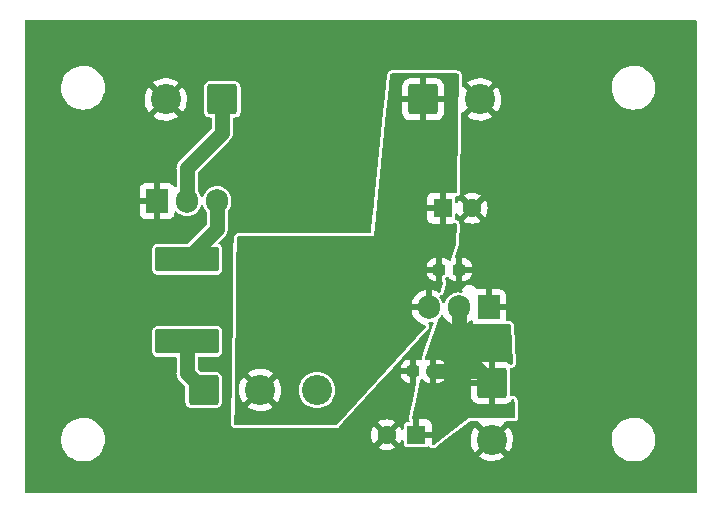
<source format=gbr>
%TF.GenerationSoftware,KiCad,Pcbnew,(6.0.10)*%
%TF.CreationDate,2023-01-14T17:08:10-08:00*%
%TF.ProjectId,power,706f7765-722e-46b6-9963-61645f706362,rev?*%
%TF.SameCoordinates,PX62fdcc0PY7270e00*%
%TF.FileFunction,Copper,L1,Top*%
%TF.FilePolarity,Positive*%
%FSLAX46Y46*%
G04 Gerber Fmt 4.6, Leading zero omitted, Abs format (unit mm)*
G04 Created by KiCad (PCBNEW (6.0.10)) date 2023-01-14 17:08:10*
%MOMM*%
%LPD*%
G01*
G04 APERTURE LIST*
G04 Aperture macros list*
%AMRoundRect*
0 Rectangle with rounded corners*
0 $1 Rounding radius*
0 $2 $3 $4 $5 $6 $7 $8 $9 X,Y pos of 4 corners*
0 Add a 4 corners polygon primitive as box body*
4,1,4,$2,$3,$4,$5,$6,$7,$8,$9,$2,$3,0*
0 Add four circle primitives for the rounded corners*
1,1,$1+$1,$2,$3*
1,1,$1+$1,$4,$5*
1,1,$1+$1,$6,$7*
1,1,$1+$1,$8,$9*
0 Add four rect primitives between the rounded corners*
20,1,$1+$1,$2,$3,$4,$5,0*
20,1,$1+$1,$4,$5,$6,$7,0*
20,1,$1+$1,$6,$7,$8,$9,0*
20,1,$1+$1,$8,$9,$2,$3,0*%
G04 Aperture macros list end*
%TA.AperFunction,ComponentPad*%
%ADD10C,2.550000*%
%TD*%
%TA.AperFunction,ComponentPad*%
%ADD11RoundRect,0.249999X-1.025001X1.025001X-1.025001X-1.025001X1.025001X-1.025001X1.025001X1.025001X0*%
%TD*%
%TA.AperFunction,ComponentPad*%
%ADD12RoundRect,0.249999X-1.025001X-1.025001X1.025001X-1.025001X1.025001X1.025001X-1.025001X1.025001X0*%
%TD*%
%TA.AperFunction,ComponentPad*%
%ADD13RoundRect,0.249999X1.025001X1.025001X-1.025001X1.025001X-1.025001X-1.025001X1.025001X-1.025001X0*%
%TD*%
%TA.AperFunction,SMDPad,CuDef*%
%ADD14RoundRect,0.237500X0.300000X0.237500X-0.300000X0.237500X-0.300000X-0.237500X0.300000X-0.237500X0*%
%TD*%
%TA.AperFunction,ComponentPad*%
%ADD15C,1.600000*%
%TD*%
%TA.AperFunction,ComponentPad*%
%ADD16R,1.600000X1.600000*%
%TD*%
%TA.AperFunction,ComponentPad*%
%ADD17O,1.905000X2.000000*%
%TD*%
%TA.AperFunction,ComponentPad*%
%ADD18R,1.905000X2.000000*%
%TD*%
%TA.AperFunction,SMDPad,CuDef*%
%ADD19RoundRect,0.237500X-0.300000X-0.237500X0.300000X-0.237500X0.300000X0.237500X-0.300000X0.237500X0*%
%TD*%
%TA.AperFunction,SMDPad,CuDef*%
%ADD20RoundRect,0.250001X-2.474999X0.799999X-2.474999X-0.799999X2.474999X-0.799999X2.474999X0.799999X0*%
%TD*%
%TA.AperFunction,ViaPad*%
%ADD21C,1.905000*%
%TD*%
%TA.AperFunction,Conductor*%
%ADD22C,1.270000*%
%TD*%
G04 APERTURE END LIST*
D10*
%TO.P,J4,2,Pin_2*%
%TO.N,GND*%
X39800000Y4800000D03*
D11*
%TO.P,J4,1,Pin_1*%
%TO.N,/V5.0*%
X39800000Y9600000D03*
%TD*%
D10*
%TO.P,J3,2,Pin_2*%
%TO.N,GND*%
X38800000Y33600000D03*
D12*
%TO.P,J3,1,Pin_1*%
%TO.N,/V13.7_SW*%
X34000000Y33600000D03*
%TD*%
D10*
%TO.P,J2,3,Pin_3*%
%TO.N,GND*%
X25000000Y9000000D03*
%TO.P,J2,2,Pin_2*%
%TO.N,/V13.7_SW*%
X20200000Y9000000D03*
D12*
%TO.P,J2,1,Pin_1*%
%TO.N,/V13.7_PRO*%
X15400000Y9000000D03*
%TD*%
D10*
%TO.P,J1,2,Pin_2*%
%TO.N,GND*%
X12200000Y33600000D03*
D13*
%TO.P,J1,1,Pin_1*%
%TO.N,/V13.7_IN*%
X17000000Y33600000D03*
%TD*%
D14*
%TO.P,C4,2*%
%TO.N,GND*%
X33137500Y10600000D03*
%TO.P,C4,1*%
%TO.N,/V5.0*%
X34862500Y10600000D03*
%TD*%
D15*
%TO.P,C3,2*%
%TO.N,GND*%
X30900000Y5200000D03*
D16*
%TO.P,C3,1*%
%TO.N,/V5.0*%
X33400000Y5200000D03*
%TD*%
D17*
%TO.P,Q1,3,S*%
%TO.N,Net-(F1-Pad1)*%
X16540000Y25000000D03*
%TO.P,Q1,2,D*%
%TO.N,/V13.7_IN*%
X14000000Y25000000D03*
D18*
%TO.P,Q1,1,G*%
%TO.N,GND*%
X11460000Y25000000D03*
%TD*%
D17*
%TO.P,U1,3,VI*%
%TO.N,/V13.7_SW*%
X34460000Y16000000D03*
%TO.P,U1,2,VO*%
%TO.N,/V5.0*%
X37000000Y16000000D03*
D18*
%TO.P,U1,1,GND*%
%TO.N,GND*%
X39540000Y16000000D03*
%TD*%
D15*
%TO.P,C1,2*%
%TO.N,GND*%
X38138606Y24400000D03*
D16*
%TO.P,C1,1*%
%TO.N,/V13.7_SW*%
X35638606Y24400000D03*
%TD*%
D19*
%TO.P,C2,2*%
%TO.N,GND*%
X37062500Y19200000D03*
%TO.P,C2,1*%
%TO.N,/V13.7_SW*%
X35337500Y19200000D03*
%TD*%
D20*
%TO.P,F1,2*%
%TO.N,/V13.7_PRO*%
X14000000Y13125000D03*
%TO.P,F1,1*%
%TO.N,Net-(F1-Pad1)*%
X14000000Y20075000D03*
%TD*%
D21*
%TO.N,GND*%
X25000000Y29600000D03*
X4100000Y20200000D03*
X23500000Y3000000D03*
X49900000Y14600000D03*
X44000000Y29300000D03*
%TD*%
D22*
%TO.N,/V13.7_PRO*%
X14000000Y10400000D02*
X15400000Y9000000D01*
X14000000Y13125000D02*
X14000000Y10400000D01*
%TO.N,Net-(F1-Pad1)*%
X16540000Y25000000D02*
X16540000Y22615000D01*
X16540000Y22615000D02*
X14000000Y20075000D01*
%TO.N,/V5.0*%
X37000000Y12400000D02*
X39800000Y9600000D01*
X37000000Y16000000D02*
X37000000Y12400000D01*
X38800000Y10600000D02*
X39800000Y9600000D01*
X34862500Y10600000D02*
X38800000Y10600000D01*
%TO.N,/V13.7_IN*%
X17000000Y30800000D02*
X17000000Y33600000D01*
X14000000Y27800000D02*
X17000000Y30800000D01*
X14000000Y25000000D02*
X14000000Y27800000D01*
%TD*%
%TA.AperFunction,Conductor*%
%TO.N,/V5.0*%
G36*
X37196121Y16233998D02*
G01*
X37242614Y16180342D01*
X37254000Y16128000D01*
X37254000Y14531904D01*
X37257918Y14518560D01*
X37272194Y14516573D01*
X37334515Y14526110D01*
X37344543Y14528499D01*
X37562988Y14599898D01*
X37572497Y14603895D01*
X37776344Y14710011D01*
X37785069Y14715505D01*
X37968852Y14853493D01*
X37976558Y14860335D01*
X37982905Y14866977D01*
X38044428Y14902408D01*
X38115341Y14898952D01*
X38173128Y14857707D01*
X38199442Y14791767D01*
X38200000Y14779927D01*
X38200000Y14600000D01*
X41280142Y14600000D01*
X41348263Y14579998D01*
X41394756Y14526342D01*
X41405985Y14480292D01*
X41566720Y11265600D01*
X41550144Y11196566D01*
X41498878Y11147451D01*
X41429196Y11133851D01*
X41363223Y11160082D01*
X41351859Y11170135D01*
X41303168Y11218742D01*
X41291761Y11227750D01*
X41153758Y11312816D01*
X41140577Y11318963D01*
X40986291Y11370138D01*
X40972915Y11373005D01*
X40878563Y11382672D01*
X40872146Y11383000D01*
X40072115Y11383000D01*
X40056876Y11378525D01*
X40055671Y11377135D01*
X40054000Y11369452D01*
X40054000Y7835115D01*
X40058475Y7819876D01*
X40059865Y7818671D01*
X40067548Y7817000D01*
X40872098Y7817000D01*
X40878613Y7817337D01*
X40974205Y7827256D01*
X40987604Y7830150D01*
X41141785Y7881588D01*
X41154964Y7887762D01*
X41292810Y7973063D01*
X41304209Y7982099D01*
X41418738Y8096828D01*
X41427750Y8108239D01*
X41489470Y8208367D01*
X41542242Y8255860D01*
X41612314Y8267284D01*
X41677438Y8239010D01*
X41716937Y8180016D01*
X41722573Y8148544D01*
X41738507Y7829862D01*
X41793385Y6732292D01*
X41776809Y6663257D01*
X41725542Y6614143D01*
X41667542Y6600000D01*
X37800000Y6600000D01*
X37502081Y6368285D01*
X34911357Y4353278D01*
X34845305Y4327244D01*
X34775665Y4341054D01*
X34724545Y4390321D01*
X34708000Y4452736D01*
X34708000Y4927885D01*
X34703525Y4943124D01*
X34702135Y4944329D01*
X34694452Y4946000D01*
X33272000Y4946000D01*
X33203879Y4966002D01*
X33157386Y5019658D01*
X33146000Y5072000D01*
X33146000Y5472115D01*
X33654000Y5472115D01*
X33658475Y5456876D01*
X33659865Y5455671D01*
X33667548Y5454000D01*
X34689884Y5454000D01*
X34705123Y5458475D01*
X34706328Y5459865D01*
X34707999Y5467548D01*
X34707999Y6044669D01*
X34707629Y6051490D01*
X34702105Y6102352D01*
X34698479Y6117604D01*
X34653324Y6238054D01*
X34644786Y6253649D01*
X34568285Y6355724D01*
X34555724Y6368285D01*
X34453649Y6444786D01*
X34438054Y6453324D01*
X34317606Y6498478D01*
X34302351Y6502105D01*
X34251486Y6507631D01*
X34244672Y6508000D01*
X33672115Y6508000D01*
X33656876Y6503525D01*
X33655671Y6502135D01*
X33654000Y6494452D01*
X33654000Y5472115D01*
X33146000Y5472115D01*
X33146000Y6489884D01*
X33141525Y6505123D01*
X33140135Y6506328D01*
X33129119Y6508724D01*
X33066807Y6542749D01*
X33032782Y6605061D01*
X33032880Y6659077D01*
X33446560Y8527902D01*
X38017000Y8527902D01*
X38017337Y8521387D01*
X38027256Y8425795D01*
X38030150Y8412396D01*
X38081588Y8258215D01*
X38087762Y8245036D01*
X38173063Y8107190D01*
X38182099Y8095791D01*
X38296828Y7981262D01*
X38308239Y7972250D01*
X38446242Y7887184D01*
X38459423Y7881037D01*
X38613709Y7829862D01*
X38627085Y7826995D01*
X38721437Y7817328D01*
X38727853Y7817000D01*
X39527885Y7817000D01*
X39543124Y7821475D01*
X39544329Y7822865D01*
X39546000Y7830548D01*
X39546000Y9327885D01*
X39541525Y9343124D01*
X39540135Y9344329D01*
X39532452Y9346000D01*
X38035115Y9346000D01*
X38019876Y9341525D01*
X38018671Y9340135D01*
X38017000Y9332452D01*
X38017000Y8527902D01*
X33446560Y8527902D01*
X33741683Y9861138D01*
X33775935Y9923326D01*
X33838371Y9957123D01*
X33909168Y9951800D01*
X33965848Y9909047D01*
X33969458Y9903729D01*
X33979460Y9891110D01*
X34092129Y9778637D01*
X34103540Y9769625D01*
X34239063Y9686088D01*
X34252241Y9679944D01*
X34403766Y9629685D01*
X34417132Y9626819D01*
X34509770Y9617328D01*
X34516185Y9617000D01*
X34590385Y9617000D01*
X34605624Y9621475D01*
X34606829Y9622865D01*
X34608500Y9630548D01*
X34608500Y9635115D01*
X35116500Y9635115D01*
X35120975Y9619876D01*
X35122365Y9618671D01*
X35130048Y9617000D01*
X35208766Y9617000D01*
X35215282Y9617337D01*
X35309132Y9627075D01*
X35322528Y9629968D01*
X35473953Y9680488D01*
X35487115Y9686653D01*
X35622492Y9770426D01*
X35633890Y9779460D01*
X35726384Y9872115D01*
X38017000Y9872115D01*
X38021475Y9856876D01*
X38022865Y9855671D01*
X38030548Y9854000D01*
X39527885Y9854000D01*
X39543124Y9858475D01*
X39544329Y9859865D01*
X39546000Y9867548D01*
X39546000Y11364885D01*
X39541525Y11380124D01*
X39540135Y11381329D01*
X39532452Y11383000D01*
X38727902Y11383000D01*
X38721387Y11382663D01*
X38625795Y11372744D01*
X38612396Y11369850D01*
X38458215Y11318412D01*
X38445036Y11312238D01*
X38307190Y11226937D01*
X38295791Y11217901D01*
X38181262Y11103172D01*
X38172250Y11091761D01*
X38087184Y10953758D01*
X38081037Y10940577D01*
X38029862Y10786291D01*
X38026995Y10772915D01*
X38017328Y10678563D01*
X38017000Y10672146D01*
X38017000Y9872115D01*
X35726384Y9872115D01*
X35746363Y9892129D01*
X35755375Y9903540D01*
X35838912Y10039063D01*
X35845056Y10052241D01*
X35895315Y10203766D01*
X35898181Y10217132D01*
X35907672Y10309770D01*
X35908000Y10316185D01*
X35908000Y10327885D01*
X35903525Y10343124D01*
X35902135Y10344329D01*
X35894452Y10346000D01*
X35134615Y10346000D01*
X35119376Y10341525D01*
X35118171Y10340135D01*
X35116500Y10332452D01*
X35116500Y9635115D01*
X34608500Y9635115D01*
X34608500Y10872115D01*
X35116500Y10872115D01*
X35120975Y10856876D01*
X35122365Y10855671D01*
X35130048Y10854000D01*
X35889885Y10854000D01*
X35905124Y10858475D01*
X35906329Y10859865D01*
X35908000Y10867548D01*
X35908000Y10883766D01*
X35907663Y10890282D01*
X35897925Y10984132D01*
X35895032Y10997528D01*
X35844512Y11148953D01*
X35838347Y11162115D01*
X35754574Y11297492D01*
X35745540Y11308890D01*
X35632871Y11421363D01*
X35621460Y11430375D01*
X35485937Y11513912D01*
X35472759Y11520056D01*
X35321234Y11570315D01*
X35307868Y11573181D01*
X35215230Y11582672D01*
X35208815Y11583000D01*
X35134615Y11583000D01*
X35119376Y11578525D01*
X35118171Y11577135D01*
X35116500Y11569452D01*
X35116500Y10872115D01*
X34608500Y10872115D01*
X34608500Y11564885D01*
X34604025Y11580124D01*
X34602635Y11581329D01*
X34594952Y11583000D01*
X34516234Y11583000D01*
X34509718Y11582663D01*
X34415868Y11572925D01*
X34402466Y11570030D01*
X34308397Y11538646D01*
X34237447Y11536061D01*
X34176363Y11572244D01*
X34144538Y11635708D01*
X34145498Y11685401D01*
X34212796Y11989425D01*
X34217055Y12004279D01*
X35304189Y15072088D01*
X35329758Y15114801D01*
X35421525Y15215652D01*
X35421527Y15215655D01*
X35425298Y15219799D01*
X35475855Y15300393D01*
X35528994Y15347467D01*
X35599154Y15358340D01*
X35664053Y15329557D01*
X35698138Y15283677D01*
X35706382Y15264717D01*
X35711251Y15255636D01*
X35836085Y15062673D01*
X35842378Y15054502D01*
X35997050Y14884520D01*
X36004583Y14877494D01*
X36184944Y14735055D01*
X36193531Y14729350D01*
X36394722Y14618286D01*
X36404134Y14614056D01*
X36620768Y14537341D01*
X36630739Y14534707D01*
X36728163Y14517353D01*
X36741460Y14518813D01*
X36746000Y14533370D01*
X36746000Y16128000D01*
X36766002Y16196121D01*
X36819658Y16242614D01*
X36872000Y16254000D01*
X37128000Y16254000D01*
X37196121Y16233998D01*
G37*
%TD.AperFunction*%
%TD*%
%TA.AperFunction,Conductor*%
%TO.N,/V13.7_SW*%
G36*
X36940359Y35779998D02*
G01*
X36986852Y35726342D01*
X36998226Y35672251D01*
X36944762Y31822865D01*
X36860604Y25763492D01*
X36839658Y25695656D01*
X36785362Y25649913D01*
X36714954Y25640786D01*
X36685338Y25650892D01*
X36685068Y25650172D01*
X36556212Y25698478D01*
X36540957Y25702105D01*
X36490092Y25707631D01*
X36483278Y25708000D01*
X35910721Y25708000D01*
X35895482Y25703525D01*
X35894277Y25702135D01*
X35892606Y25694452D01*
X35892606Y23110116D01*
X35897081Y23094877D01*
X35898471Y23093672D01*
X35906154Y23092001D01*
X36483275Y23092001D01*
X36490096Y23092371D01*
X36540958Y23097895D01*
X36556212Y23101522D01*
X36652252Y23137525D01*
X36723059Y23142708D01*
X36785428Y23108787D01*
X36819557Y23046532D01*
X36822469Y23017793D01*
X36800267Y21419229D01*
X36794007Y21381722D01*
X36352567Y20035391D01*
X36312337Y19976893D01*
X36246867Y19949431D01*
X36176942Y19961725D01*
X36143821Y19985476D01*
X36107876Y20021359D01*
X36096460Y20030375D01*
X35960937Y20113912D01*
X35947759Y20120056D01*
X35796234Y20170315D01*
X35782868Y20173181D01*
X35690230Y20182672D01*
X35683815Y20183000D01*
X35609615Y20183000D01*
X35594376Y20178525D01*
X35593171Y20177135D01*
X35591500Y20169452D01*
X35591500Y18235115D01*
X35595975Y18219876D01*
X35597365Y18218671D01*
X35609819Y18215962D01*
X35672132Y18181937D01*
X35706157Y18119625D01*
X35702765Y18053584D01*
X35510794Y17468096D01*
X35465506Y17329975D01*
X35425276Y17271477D01*
X35359806Y17244015D01*
X35289882Y17256309D01*
X35276050Y17264284D01*
X35266465Y17270652D01*
X35065278Y17381714D01*
X35055866Y17385944D01*
X34839232Y17462659D01*
X34829261Y17465293D01*
X34731837Y17482647D01*
X34718540Y17481187D01*
X34714000Y17466630D01*
X34714000Y15872000D01*
X34693998Y15803879D01*
X34640342Y15757386D01*
X34588000Y15746000D01*
X33029588Y15746000D01*
X33014859Y15741675D01*
X33012798Y15729889D01*
X33013751Y15718296D01*
X33015433Y15708134D01*
X33071422Y15485229D01*
X33074741Y15475481D01*
X33166385Y15264711D01*
X33171251Y15255636D01*
X33296085Y15062673D01*
X33302378Y15054502D01*
X33457050Y14884520D01*
X33464583Y14877494D01*
X33644944Y14735055D01*
X33653531Y14729350D01*
X33854722Y14618286D01*
X33864134Y14614056D01*
X34080768Y14537341D01*
X34090739Y14534707D01*
X34125614Y14528495D01*
X34189172Y14496857D01*
X34225535Y14435879D01*
X34223158Y14364923D01*
X34196564Y14319487D01*
X26667258Y6073658D01*
X26637473Y6041039D01*
X26576769Y6004222D01*
X26544427Y6000000D01*
X18127585Y6000000D01*
X18059464Y6020002D01*
X18012971Y6073658D01*
X18001595Y6127575D01*
X18019663Y7572980D01*
X19137725Y7572980D01*
X19146438Y7561460D01*
X19248737Y7486452D01*
X19256636Y7481516D01*
X19482902Y7362472D01*
X19491451Y7358755D01*
X19732816Y7274467D01*
X19741825Y7272053D01*
X19993004Y7224365D01*
X20002261Y7223311D01*
X20257732Y7213272D01*
X20267046Y7213598D01*
X20521184Y7241430D01*
X20530361Y7243131D01*
X20777593Y7308222D01*
X20786413Y7311259D01*
X21021313Y7412180D01*
X21029585Y7416487D01*
X21246982Y7551016D01*
X21254529Y7556500D01*
X21256820Y7558439D01*
X21265257Y7571242D01*
X21259193Y7581597D01*
X20212812Y8627978D01*
X20198868Y8635592D01*
X20197035Y8635461D01*
X20190420Y8631210D01*
X19144383Y7585173D01*
X19137725Y7572980D01*
X18019663Y7572980D01*
X18038027Y9042132D01*
X18412837Y9042132D01*
X18425103Y8786768D01*
X18426239Y8777513D01*
X18476117Y8526763D01*
X18478609Y8517777D01*
X18565000Y8277159D01*
X18568797Y8268631D01*
X18689802Y8043428D01*
X18694813Y8035562D01*
X18761583Y7946147D01*
X18772841Y7937698D01*
X18785260Y7944470D01*
X19827978Y8987188D01*
X19834356Y8998868D01*
X20564408Y8998868D01*
X20564539Y8997035D01*
X20568790Y8990420D01*
X21618004Y7941206D01*
X21630384Y7934446D01*
X21638725Y7940690D01*
X21768800Y8142914D01*
X21773243Y8151098D01*
X21878249Y8384204D01*
X21881439Y8392969D01*
X21950835Y8639026D01*
X21952695Y8648168D01*
X21985152Y8903293D01*
X21985633Y8909580D01*
X21987917Y8996840D01*
X21987841Y9000000D01*
X23465770Y9000000D01*
X23484659Y8759994D01*
X23485813Y8755187D01*
X23485814Y8755181D01*
X23511506Y8648168D01*
X23540861Y8525897D01*
X23542754Y8521326D01*
X23542755Y8521324D01*
X23599552Y8384204D01*
X23632991Y8303474D01*
X23758782Y8098202D01*
X23915136Y7915136D01*
X24098202Y7758782D01*
X24303474Y7632991D01*
X24308044Y7631098D01*
X24308048Y7631096D01*
X24501380Y7551016D01*
X24525897Y7540861D01*
X24607936Y7521165D01*
X24755181Y7485814D01*
X24755187Y7485813D01*
X24759994Y7484659D01*
X25000000Y7465770D01*
X25240006Y7484659D01*
X25244813Y7485813D01*
X25244819Y7485814D01*
X25392064Y7521165D01*
X25474103Y7540861D01*
X25498620Y7551016D01*
X25691952Y7631096D01*
X25691956Y7631098D01*
X25696526Y7632991D01*
X25901798Y7758782D01*
X26084864Y7915136D01*
X26241218Y8098202D01*
X26367009Y8303474D01*
X26400449Y8384204D01*
X26457245Y8521324D01*
X26457246Y8521326D01*
X26459139Y8525897D01*
X26488494Y8648168D01*
X26514186Y8755181D01*
X26514187Y8755187D01*
X26515341Y8759994D01*
X26534230Y9000000D01*
X26515341Y9240006D01*
X26514187Y9244813D01*
X26514186Y9244819D01*
X26460294Y9469291D01*
X26459139Y9474103D01*
X26437181Y9527115D01*
X26368904Y9691952D01*
X26368902Y9691956D01*
X26367009Y9696526D01*
X26241218Y9901798D01*
X26084864Y10084864D01*
X25901798Y10241218D01*
X25696526Y10367009D01*
X25691956Y10368902D01*
X25691952Y10368904D01*
X25478676Y10457245D01*
X25478674Y10457246D01*
X25474103Y10459139D01*
X25392064Y10478835D01*
X25244819Y10514186D01*
X25244813Y10514187D01*
X25240006Y10515341D01*
X25000000Y10534230D01*
X24759994Y10515341D01*
X24755187Y10514187D01*
X24755181Y10514186D01*
X24607936Y10478835D01*
X24525897Y10459139D01*
X24521326Y10457246D01*
X24521324Y10457245D01*
X24308048Y10368904D01*
X24308044Y10368902D01*
X24303474Y10367009D01*
X24098202Y10241218D01*
X23915136Y10084864D01*
X23758782Y9901798D01*
X23632991Y9696526D01*
X23631098Y9691956D01*
X23631096Y9691952D01*
X23562819Y9527115D01*
X23540861Y9474103D01*
X23539706Y9469291D01*
X23485814Y9244819D01*
X23485813Y9244813D01*
X23484659Y9240006D01*
X23465770Y9000000D01*
X21987841Y9000000D01*
X21987766Y9003149D01*
X21968706Y9259631D01*
X21967329Y9268837D01*
X21910904Y9518204D01*
X21908180Y9527115D01*
X21815515Y9765400D01*
X21811504Y9773810D01*
X21684638Y9995779D01*
X21679427Y10003505D01*
X21639194Y10054540D01*
X21627268Y10063012D01*
X21615736Y10056526D01*
X20572022Y9012812D01*
X20564408Y8998868D01*
X19834356Y8998868D01*
X19835592Y9001132D01*
X19835461Y9002965D01*
X19831210Y9009580D01*
X18783568Y10057222D01*
X18770259Y10064489D01*
X18760224Y10057370D01*
X18747347Y10041887D01*
X18741936Y10034301D01*
X18609308Y9815736D01*
X18605070Y9807419D01*
X18506206Y9571656D01*
X18503245Y9562806D01*
X18440317Y9315022D01*
X18438695Y9305825D01*
X18413082Y9051458D01*
X18412837Y9042132D01*
X18038027Y9042132D01*
X18055366Y10429254D01*
X19135159Y10429254D01*
X19139732Y10419478D01*
X20187188Y9372022D01*
X20201132Y9364408D01*
X20202965Y9364539D01*
X20209580Y9368790D01*
X21256384Y10415594D01*
X21262768Y10427284D01*
X21253357Y10439394D01*
X21111315Y10537932D01*
X21103288Y10542660D01*
X20873985Y10655740D01*
X20865352Y10659228D01*
X20621851Y10737172D01*
X20612790Y10739348D01*
X20360445Y10780445D01*
X20351158Y10781257D01*
X20095522Y10784604D01*
X20086211Y10784034D01*
X19832885Y10749558D01*
X19823766Y10747620D01*
X19578328Y10676081D01*
X19569575Y10672809D01*
X19337406Y10565777D01*
X19329251Y10561257D01*
X19144297Y10439996D01*
X19135159Y10429254D01*
X18055366Y10429254D01*
X18128400Y16272013D01*
X33015099Y16272013D01*
X33017747Y16257392D01*
X33030124Y16254000D01*
X34187885Y16254000D01*
X34203124Y16258475D01*
X34204329Y16259865D01*
X34206000Y16267548D01*
X34206000Y17468096D01*
X34202082Y17481440D01*
X34187806Y17483427D01*
X34125485Y17473890D01*
X34115457Y17471501D01*
X33897012Y17400102D01*
X33887503Y17396105D01*
X33683656Y17289989D01*
X33674931Y17284495D01*
X33491148Y17146507D01*
X33483441Y17139664D01*
X33324661Y16973509D01*
X33318174Y16965499D01*
X33188670Y16775653D01*
X33183571Y16766679D01*
X33086813Y16558231D01*
X33083250Y16548544D01*
X33021835Y16327092D01*
X33019904Y16316970D01*
X33015099Y16272013D01*
X18128400Y16272013D01*
X18161453Y18916234D01*
X34292000Y18916234D01*
X34292337Y18909718D01*
X34302075Y18815868D01*
X34304968Y18802472D01*
X34355488Y18651047D01*
X34361653Y18637885D01*
X34445426Y18502508D01*
X34454460Y18491110D01*
X34567129Y18378637D01*
X34578540Y18369625D01*
X34714063Y18286088D01*
X34727241Y18279944D01*
X34878766Y18229685D01*
X34892132Y18226819D01*
X34984770Y18217328D01*
X34991185Y18217000D01*
X35065385Y18217000D01*
X35080624Y18221475D01*
X35081829Y18222865D01*
X35083500Y18230548D01*
X35083500Y18927885D01*
X35079025Y18943124D01*
X35077635Y18944329D01*
X35069952Y18946000D01*
X34310115Y18946000D01*
X34294876Y18941525D01*
X34293671Y18940135D01*
X34292000Y18932452D01*
X34292000Y18916234D01*
X18161453Y18916234D01*
X18168402Y19472115D01*
X34292000Y19472115D01*
X34296475Y19456876D01*
X34297865Y19455671D01*
X34305548Y19454000D01*
X35065385Y19454000D01*
X35080624Y19458475D01*
X35081829Y19459865D01*
X35083500Y19467548D01*
X35083500Y20164885D01*
X35079025Y20180124D01*
X35077635Y20181329D01*
X35069952Y20183000D01*
X34991234Y20183000D01*
X34984718Y20182663D01*
X34890868Y20172925D01*
X34877472Y20170032D01*
X34726047Y20119512D01*
X34712885Y20113347D01*
X34577508Y20029574D01*
X34566110Y20020540D01*
X34453637Y19907871D01*
X34444625Y19896460D01*
X34361088Y19760937D01*
X34354944Y19747759D01*
X34304685Y19596234D01*
X34301819Y19582868D01*
X34292328Y19490230D01*
X34292000Y19483815D01*
X34292000Y19472115D01*
X18168402Y19472115D01*
X18198445Y21875575D01*
X18219297Y21943440D01*
X18273529Y21989259D01*
X18324435Y22000000D01*
X29800000Y22000000D01*
X29801043Y22010279D01*
X29957788Y23555331D01*
X34330607Y23555331D01*
X34330977Y23548510D01*
X34336501Y23497648D01*
X34340127Y23482396D01*
X34385282Y23361946D01*
X34393820Y23346351D01*
X34470321Y23244276D01*
X34482882Y23231715D01*
X34584957Y23155214D01*
X34600552Y23146676D01*
X34721000Y23101522D01*
X34736255Y23097895D01*
X34787120Y23092369D01*
X34793934Y23092000D01*
X35366491Y23092000D01*
X35381730Y23096475D01*
X35382935Y23097865D01*
X35384606Y23105548D01*
X35384606Y24127885D01*
X35380131Y24143124D01*
X35378741Y24144329D01*
X35371058Y24146000D01*
X34348722Y24146000D01*
X34333483Y24141525D01*
X34332278Y24140135D01*
X34330607Y24132452D01*
X34330607Y23555331D01*
X29957788Y23555331D01*
X30071085Y24672115D01*
X34330606Y24672115D01*
X34335081Y24656876D01*
X34336471Y24655671D01*
X34344154Y24654000D01*
X35366491Y24654000D01*
X35381730Y24658475D01*
X35382935Y24659865D01*
X35384606Y24667548D01*
X35384606Y25689884D01*
X35380131Y25705123D01*
X35378741Y25706328D01*
X35371058Y25707999D01*
X34793937Y25707999D01*
X34787116Y25707629D01*
X34736254Y25702105D01*
X34721002Y25698479D01*
X34600552Y25653324D01*
X34584957Y25644786D01*
X34482882Y25568285D01*
X34470321Y25555724D01*
X34393820Y25453649D01*
X34385282Y25438054D01*
X34340128Y25317606D01*
X34336501Y25302351D01*
X34330975Y25251486D01*
X34330606Y25244672D01*
X34330606Y24672115D01*
X30071085Y24672115D01*
X30868049Y32527902D01*
X32217000Y32527902D01*
X32217337Y32521387D01*
X32227256Y32425795D01*
X32230150Y32412396D01*
X32281588Y32258215D01*
X32287762Y32245036D01*
X32373063Y32107190D01*
X32382099Y32095791D01*
X32496828Y31981262D01*
X32508239Y31972250D01*
X32646242Y31887184D01*
X32659423Y31881037D01*
X32813709Y31829862D01*
X32827085Y31826995D01*
X32921437Y31817328D01*
X32927853Y31817000D01*
X33727885Y31817000D01*
X33743124Y31821475D01*
X33744329Y31822865D01*
X33746000Y31830548D01*
X33746000Y31835115D01*
X34254000Y31835115D01*
X34258475Y31819876D01*
X34259865Y31818671D01*
X34267548Y31817000D01*
X35072098Y31817000D01*
X35078613Y31817337D01*
X35174205Y31827256D01*
X35187604Y31830150D01*
X35341785Y31881588D01*
X35354964Y31887762D01*
X35492810Y31973063D01*
X35504209Y31982099D01*
X35618738Y32096828D01*
X35627750Y32108239D01*
X35712816Y32246242D01*
X35718963Y32259423D01*
X35770138Y32413709D01*
X35773005Y32427085D01*
X35782672Y32521437D01*
X35783000Y32527853D01*
X35783000Y33327885D01*
X35778525Y33343124D01*
X35777135Y33344329D01*
X35769452Y33346000D01*
X34272115Y33346000D01*
X34256876Y33341525D01*
X34255671Y33340135D01*
X34254000Y33332452D01*
X34254000Y31835115D01*
X33746000Y31835115D01*
X33746000Y33327885D01*
X33741525Y33343124D01*
X33740135Y33344329D01*
X33732452Y33346000D01*
X32235115Y33346000D01*
X32219876Y33341525D01*
X32218671Y33340135D01*
X32217000Y33332452D01*
X32217000Y32527902D01*
X30868049Y32527902D01*
X31004418Y33872115D01*
X32217000Y33872115D01*
X32221475Y33856876D01*
X32222865Y33855671D01*
X32230548Y33854000D01*
X33727885Y33854000D01*
X33743124Y33858475D01*
X33744329Y33859865D01*
X33746000Y33867548D01*
X33746000Y33872115D01*
X34254000Y33872115D01*
X34258475Y33856876D01*
X34259865Y33855671D01*
X34267548Y33854000D01*
X35764885Y33854000D01*
X35780124Y33858475D01*
X35781329Y33859865D01*
X35783000Y33867548D01*
X35783000Y34672098D01*
X35782663Y34678613D01*
X35772744Y34774205D01*
X35769850Y34787604D01*
X35718412Y34941785D01*
X35712238Y34954964D01*
X35626937Y35092810D01*
X35617901Y35104209D01*
X35503172Y35218738D01*
X35491761Y35227750D01*
X35353758Y35312816D01*
X35340577Y35318963D01*
X35186291Y35370138D01*
X35172915Y35373005D01*
X35078563Y35382672D01*
X35072146Y35383000D01*
X34272115Y35383000D01*
X34256876Y35378525D01*
X34255671Y35377135D01*
X34254000Y35369452D01*
X34254000Y33872115D01*
X33746000Y33872115D01*
X33746000Y35364885D01*
X33741525Y35380124D01*
X33740135Y35381329D01*
X33732452Y35383000D01*
X32927902Y35383000D01*
X32921387Y35382663D01*
X32825795Y35372744D01*
X32812396Y35369850D01*
X32658215Y35318412D01*
X32645036Y35312238D01*
X32507190Y35226937D01*
X32495791Y35217901D01*
X32381262Y35103172D01*
X32372250Y35091761D01*
X32287184Y34953758D01*
X32281037Y34940577D01*
X32229862Y34786291D01*
X32226995Y34772915D01*
X32217328Y34678563D01*
X32217000Y34672146D01*
X32217000Y33872115D01*
X31004418Y33872115D01*
X31188508Y35686717D01*
X31215284Y35752471D01*
X31273358Y35793311D01*
X31313865Y35800000D01*
X36872238Y35800000D01*
X36940359Y35779998D01*
G37*
%TD.AperFunction*%
%TD*%
%TA.AperFunction,Conductor*%
%TO.N,GND*%
G36*
X57087621Y40325498D02*
G01*
X57134114Y40271842D01*
X57145500Y40219500D01*
X57145500Y380500D01*
X57125498Y312379D01*
X57071842Y265886D01*
X57019500Y254500D01*
X380500Y254500D01*
X312379Y274502D01*
X265886Y328158D01*
X254500Y380500D01*
X254500Y4757814D01*
X3341018Y4757814D01*
X3366579Y4489900D01*
X3367664Y4485466D01*
X3367665Y4485460D01*
X3410762Y4309338D01*
X3430547Y4228482D01*
X3531583Y3979037D01*
X3667569Y3746790D01*
X3835658Y3536605D01*
X4032327Y3352887D01*
X4253457Y3199484D01*
X4494416Y3079609D01*
X4498750Y3078188D01*
X4498753Y3078187D01*
X4745823Y2997193D01*
X4745829Y2997192D01*
X4750156Y2995773D01*
X4754647Y2994993D01*
X4754648Y2994993D01*
X5011538Y2950389D01*
X5011546Y2950388D01*
X5015319Y2949733D01*
X5019156Y2949542D01*
X5098777Y2945578D01*
X5098785Y2945578D01*
X5100348Y2945500D01*
X5268374Y2945500D01*
X5270642Y2945665D01*
X5270654Y2945665D01*
X5401457Y2955156D01*
X5468425Y2960015D01*
X5472880Y2960999D01*
X5472883Y2960999D01*
X5726770Y3017053D01*
X5726772Y3017054D01*
X5731226Y3018037D01*
X5982900Y3113387D01*
X6218172Y3244069D01*
X6371991Y3361460D01*
X6387086Y3372980D01*
X38737725Y3372980D01*
X38746438Y3361460D01*
X38848737Y3286452D01*
X38856636Y3281516D01*
X39082902Y3162472D01*
X39091451Y3158755D01*
X39332816Y3074467D01*
X39341825Y3072053D01*
X39593004Y3024365D01*
X39602261Y3023311D01*
X39857732Y3013272D01*
X39867046Y3013598D01*
X40121184Y3041430D01*
X40130361Y3043131D01*
X40377593Y3108222D01*
X40386413Y3111259D01*
X40621313Y3212180D01*
X40629585Y3216487D01*
X40846982Y3351016D01*
X40854529Y3356500D01*
X40856820Y3358439D01*
X40865257Y3371242D01*
X40859193Y3381597D01*
X39812812Y4427978D01*
X39798868Y4435592D01*
X39797035Y4435461D01*
X39790420Y4431210D01*
X38744383Y3385173D01*
X38737725Y3372980D01*
X6387086Y3372980D01*
X6428491Y3404579D01*
X6428495Y3404583D01*
X6432116Y3407346D01*
X6620249Y3599797D01*
X6722802Y3740690D01*
X6775942Y3813696D01*
X6775947Y3813703D01*
X6778630Y3817390D01*
X6903941Y4055567D01*
X6924554Y4113938D01*
X30178493Y4113938D01*
X30187789Y4101923D01*
X30238994Y4066069D01*
X30248489Y4060586D01*
X30445947Y3968510D01*
X30456239Y3964764D01*
X30666688Y3908375D01*
X30677481Y3906472D01*
X30894525Y3887483D01*
X30905475Y3887483D01*
X31122519Y3906472D01*
X31133312Y3908375D01*
X31343761Y3964764D01*
X31354053Y3968510D01*
X31551511Y4060586D01*
X31561006Y4066069D01*
X31613048Y4102509D01*
X31621424Y4112988D01*
X31614356Y4126434D01*
X30912812Y4827978D01*
X30898868Y4835592D01*
X30897035Y4835461D01*
X30890420Y4831210D01*
X30184923Y4125713D01*
X30178493Y4113938D01*
X6924554Y4113938D01*
X6993557Y4309338D01*
X7028165Y4484923D01*
X7044720Y4568917D01*
X7044721Y4568923D01*
X7045601Y4573389D01*
X7048745Y4636545D01*
X7058755Y4837617D01*
X7058755Y4837623D01*
X7058982Y4842186D01*
X7033421Y5110100D01*
X7012763Y5194525D01*
X29587483Y5194525D01*
X29606472Y4977481D01*
X29608375Y4966688D01*
X29664764Y4756239D01*
X29668510Y4745947D01*
X29760586Y4548489D01*
X29766069Y4538994D01*
X29802509Y4486952D01*
X29812988Y4478576D01*
X29826434Y4485644D01*
X30527978Y5187188D01*
X30535592Y5201132D01*
X30535461Y5202965D01*
X30531210Y5209580D01*
X29825713Y5915077D01*
X29813938Y5921507D01*
X29801923Y5912211D01*
X29766069Y5861006D01*
X29760586Y5851511D01*
X29668510Y5654053D01*
X29664764Y5643761D01*
X29608375Y5433312D01*
X29606472Y5422519D01*
X29587483Y5205475D01*
X29587483Y5194525D01*
X7012763Y5194525D01*
X7012149Y5197035D01*
X6970539Y5367080D01*
X6969453Y5371518D01*
X6868417Y5620963D01*
X6732431Y5853210D01*
X6564342Y6063395D01*
X6492165Y6130819D01*
X17742115Y6130819D01*
X17747685Y6074002D01*
X17748400Y6070611D01*
X17748402Y6070601D01*
X17758010Y6025067D01*
X17759061Y6020085D01*
X17766751Y5991709D01*
X17816854Y5903722D01*
X17820906Y5899046D01*
X17860623Y5853210D01*
X17863347Y5850066D01*
X17896636Y5817944D01*
X17986355Y5771013D01*
X17992291Y5769270D01*
X18050153Y5752280D01*
X18050157Y5752279D01*
X18054476Y5751011D01*
X18058924Y5750371D01*
X18058931Y5750370D01*
X18123137Y5741139D01*
X18123144Y5741139D01*
X18127585Y5740500D01*
X26544427Y5740500D01*
X26567724Y5742014D01*
X26575989Y5742551D01*
X26575993Y5742551D01*
X26578018Y5742683D01*
X26580023Y5742945D01*
X26580036Y5742946D01*
X26595864Y5745013D01*
X26610360Y5746905D01*
X26616533Y5749071D01*
X26616536Y5749072D01*
X26687229Y5773880D01*
X26711340Y5782341D01*
X26772044Y5819158D01*
X26829104Y5866060D01*
X26859224Y5899046D01*
X27213478Y6287012D01*
X30178576Y6287012D01*
X30185644Y6273566D01*
X30887188Y5572022D01*
X30901132Y5564408D01*
X30902965Y5564539D01*
X30909580Y5568790D01*
X31615077Y6274287D01*
X31621507Y6286062D01*
X31612211Y6298077D01*
X31561006Y6333931D01*
X31551511Y6339414D01*
X31354053Y6431490D01*
X31343761Y6435236D01*
X31133312Y6491625D01*
X31122519Y6493528D01*
X30905475Y6512517D01*
X30894525Y6512517D01*
X30677481Y6493528D01*
X30666688Y6491625D01*
X30456239Y6435236D01*
X30445947Y6431490D01*
X30248489Y6339414D01*
X30238994Y6333931D01*
X30186952Y6297491D01*
X30178576Y6287012D01*
X27213478Y6287012D01*
X30892580Y10316234D01*
X32092000Y10316234D01*
X32092337Y10309718D01*
X32102075Y10215868D01*
X32104968Y10202472D01*
X32155488Y10051047D01*
X32161653Y10037885D01*
X32245426Y9902508D01*
X32254460Y9891110D01*
X32367129Y9778637D01*
X32378540Y9769625D01*
X32514063Y9686088D01*
X32527241Y9679944D01*
X32678766Y9629685D01*
X32692132Y9626819D01*
X32784770Y9617328D01*
X32791185Y9617000D01*
X32865385Y9617000D01*
X32880624Y9621475D01*
X32881829Y9622865D01*
X32883500Y9630548D01*
X32883500Y10327885D01*
X32879025Y10343124D01*
X32877635Y10344329D01*
X32869952Y10346000D01*
X32110115Y10346000D01*
X32094876Y10341525D01*
X32093671Y10340135D01*
X32092000Y10332452D01*
X32092000Y10316234D01*
X30892580Y10316234D01*
X31400158Y10872115D01*
X32092000Y10872115D01*
X32096475Y10856876D01*
X32097865Y10855671D01*
X32105548Y10854000D01*
X32865385Y10854000D01*
X32880624Y10858475D01*
X32881829Y10859865D01*
X32883500Y10867548D01*
X32883500Y11564885D01*
X32879025Y11580124D01*
X32877635Y11581329D01*
X32869952Y11583000D01*
X32791234Y11583000D01*
X32784718Y11582663D01*
X32690868Y11572925D01*
X32677472Y11570032D01*
X32526047Y11519512D01*
X32512885Y11513347D01*
X32377508Y11429574D01*
X32366110Y11420540D01*
X32253637Y11307871D01*
X32244625Y11296460D01*
X32161088Y11160937D01*
X32154944Y11147759D01*
X32104685Y10996234D01*
X32101819Y10982868D01*
X32092328Y10890230D01*
X32092000Y10883815D01*
X32092000Y10872115D01*
X31400158Y10872115D01*
X34385962Y14142062D01*
X34385966Y14142067D01*
X34388195Y14144508D01*
X34420522Y14188403D01*
X34447116Y14233839D01*
X34447844Y14235244D01*
X34447853Y14235261D01*
X34455847Y14250698D01*
X34459445Y14257645D01*
X34482513Y14356235D01*
X34484743Y14422798D01*
X34484796Y14424379D01*
X34484796Y14424383D01*
X34484890Y14427191D01*
X34482311Y14473379D01*
X34476311Y14490269D01*
X34450488Y14562952D01*
X34450487Y14562954D01*
X34448414Y14568789D01*
X34447666Y14570043D01*
X34437034Y14638572D01*
X34465806Y14703478D01*
X34525101Y14742524D01*
X34546806Y14747117D01*
X34706395Y14766429D01*
X34706396Y14766429D01*
X34711964Y14767103D01*
X34717323Y14768752D01*
X34717880Y14768870D01*
X34788670Y14763466D01*
X34845302Y14720648D01*
X34869794Y14654010D01*
X34862837Y14603537D01*
X34661170Y14034447D01*
X33972459Y12090956D01*
X33967606Y12075802D01*
X33963347Y12060948D01*
X33959429Y12045510D01*
X33892131Y11741486D01*
X33886046Y11690413D01*
X33885986Y11687284D01*
X33885985Y11687276D01*
X33885199Y11646570D01*
X33863885Y11578849D01*
X33809342Y11533401D01*
X33738886Y11524656D01*
X33719556Y11529411D01*
X33596234Y11570315D01*
X33582868Y11573181D01*
X33490230Y11582672D01*
X33483815Y11583000D01*
X33409615Y11583000D01*
X33394376Y11578525D01*
X33393171Y11577135D01*
X33391500Y11569452D01*
X33391500Y9635117D01*
X33401967Y9599470D01*
X33404093Y9536740D01*
X33295325Y9045376D01*
X33193193Y8583987D01*
X33183027Y8538061D01*
X32785181Y6740767D01*
X32779513Y6715162D01*
X32773380Y6659548D01*
X32773282Y6605532D01*
X32774769Y6577321D01*
X32777133Y6569773D01*
X32777133Y6569770D01*
X32797748Y6503934D01*
X32805024Y6480696D01*
X32826765Y6440881D01*
X32841855Y6371510D01*
X32817044Y6304990D01*
X32760208Y6262443D01*
X32716176Y6254499D01*
X32574934Y6254499D01*
X32539182Y6247388D01*
X32512874Y6242156D01*
X32512872Y6242155D01*
X32500699Y6239734D01*
X32490379Y6232839D01*
X32490378Y6232838D01*
X32470384Y6219478D01*
X32416516Y6183484D01*
X32360266Y6099301D01*
X32345500Y6025067D01*
X32345500Y5763456D01*
X32325498Y5695335D01*
X32271842Y5648842D01*
X32201568Y5638738D01*
X32136988Y5668232D01*
X32105305Y5710206D01*
X32039414Y5851511D01*
X32033931Y5861006D01*
X31997491Y5913048D01*
X31987012Y5921424D01*
X31973566Y5914356D01*
X31272022Y5212812D01*
X31264408Y5198868D01*
X31264539Y5197035D01*
X31268790Y5190420D01*
X31974287Y4484923D01*
X31986062Y4478493D01*
X31998077Y4487789D01*
X32033931Y4538994D01*
X32039414Y4548489D01*
X32105306Y4689795D01*
X32152224Y4743080D01*
X32220501Y4762541D01*
X32288461Y4741999D01*
X32334526Y4687976D01*
X32345501Y4636546D01*
X32345501Y4374934D01*
X32352612Y4339182D01*
X32355666Y4323829D01*
X32360266Y4300699D01*
X32416516Y4216516D01*
X32500699Y4160266D01*
X32574933Y4145500D01*
X33399866Y4145500D01*
X34225066Y4145501D01*
X34268828Y4154205D01*
X34287126Y4157844D01*
X34287128Y4157845D01*
X34299301Y4160266D01*
X34309621Y4167161D01*
X34309622Y4167162D01*
X34383484Y4216516D01*
X34385524Y4213463D01*
X34429076Y4237245D01*
X34499891Y4232180D01*
X34543026Y4201974D01*
X34544469Y4203472D01*
X34593564Y4156156D01*
X34593571Y4156150D01*
X34595589Y4154205D01*
X34631621Y4125204D01*
X34639944Y4121762D01*
X34639946Y4121761D01*
X34663904Y4111854D01*
X34725188Y4086511D01*
X34794828Y4072701D01*
X34840829Y4067783D01*
X34940461Y4085820D01*
X35006513Y4111854D01*
X35056234Y4140206D01*
X35066761Y4146209D01*
X35066762Y4146210D01*
X35070675Y4148441D01*
X35078086Y4154205D01*
X35962564Y4842132D01*
X38012837Y4842132D01*
X38025103Y4586768D01*
X38026239Y4577513D01*
X38076117Y4326763D01*
X38078609Y4317777D01*
X38165000Y4077159D01*
X38168797Y4068631D01*
X38289802Y3843428D01*
X38294813Y3835562D01*
X38361583Y3746147D01*
X38372841Y3737698D01*
X38385260Y3744470D01*
X39427978Y4787188D01*
X39434356Y4798868D01*
X40164408Y4798868D01*
X40164539Y4797035D01*
X40168790Y4790420D01*
X41218004Y3741206D01*
X41230384Y3734446D01*
X41238725Y3740690D01*
X41368800Y3942914D01*
X41373243Y3951098D01*
X41478249Y4184204D01*
X41481439Y4192969D01*
X41550835Y4439026D01*
X41552695Y4448168D01*
X41585152Y4703293D01*
X41585633Y4709580D01*
X41586896Y4757814D01*
X49941018Y4757814D01*
X49966579Y4489900D01*
X49967664Y4485466D01*
X49967665Y4485460D01*
X50010762Y4309338D01*
X50030547Y4228482D01*
X50131583Y3979037D01*
X50267569Y3746790D01*
X50435658Y3536605D01*
X50632327Y3352887D01*
X50853457Y3199484D01*
X51094416Y3079609D01*
X51098750Y3078188D01*
X51098753Y3078187D01*
X51345823Y2997193D01*
X51345829Y2997192D01*
X51350156Y2995773D01*
X51354647Y2994993D01*
X51354648Y2994993D01*
X51611538Y2950389D01*
X51611546Y2950388D01*
X51615319Y2949733D01*
X51619156Y2949542D01*
X51698777Y2945578D01*
X51698785Y2945578D01*
X51700348Y2945500D01*
X51868374Y2945500D01*
X51870642Y2945665D01*
X51870654Y2945665D01*
X52001457Y2955156D01*
X52068425Y2960015D01*
X52072880Y2960999D01*
X52072883Y2960999D01*
X52326770Y3017053D01*
X52326772Y3017054D01*
X52331226Y3018037D01*
X52582900Y3113387D01*
X52818172Y3244069D01*
X52971991Y3361460D01*
X53028491Y3404579D01*
X53028495Y3404583D01*
X53032116Y3407346D01*
X53220249Y3599797D01*
X53322802Y3740690D01*
X53375942Y3813696D01*
X53375947Y3813703D01*
X53378630Y3817390D01*
X53503941Y4055567D01*
X53593557Y4309338D01*
X53628165Y4484923D01*
X53644720Y4568917D01*
X53644721Y4568923D01*
X53645601Y4573389D01*
X53648745Y4636545D01*
X53658755Y4837617D01*
X53658755Y4837623D01*
X53658982Y4842186D01*
X53633421Y5110100D01*
X53612149Y5197035D01*
X53570539Y5367080D01*
X53569453Y5371518D01*
X53468417Y5620963D01*
X53332431Y5853210D01*
X53164342Y6063395D01*
X52967673Y6247113D01*
X52746543Y6400516D01*
X52505584Y6520391D01*
X52501250Y6521812D01*
X52501247Y6521813D01*
X52254177Y6602807D01*
X52254171Y6602808D01*
X52249844Y6604227D01*
X52242328Y6605532D01*
X51988462Y6649611D01*
X51988454Y6649612D01*
X51984681Y6650267D01*
X51974718Y6650763D01*
X51901223Y6654422D01*
X51901215Y6654422D01*
X51899652Y6654500D01*
X51731626Y6654500D01*
X51729358Y6654335D01*
X51729346Y6654335D01*
X51598543Y6644844D01*
X51531575Y6639985D01*
X51527120Y6639001D01*
X51527117Y6639001D01*
X51273230Y6582947D01*
X51273228Y6582946D01*
X51268774Y6581963D01*
X51017100Y6486613D01*
X51013114Y6484399D01*
X51013112Y6484398D01*
X50791928Y6361541D01*
X50781828Y6355931D01*
X50778196Y6353159D01*
X50571509Y6195421D01*
X50571505Y6195417D01*
X50567884Y6192654D01*
X50379751Y6000203D01*
X50368521Y5984774D01*
X50224058Y5786304D01*
X50224053Y5786297D01*
X50221370Y5782610D01*
X50096059Y5544433D01*
X50006443Y5290662D01*
X49983059Y5172022D01*
X49962722Y5068837D01*
X49954399Y5026611D01*
X49954172Y5022058D01*
X49954172Y5022055D01*
X49942961Y4796840D01*
X49941018Y4757814D01*
X41586896Y4757814D01*
X41587917Y4796840D01*
X41587766Y4803149D01*
X41568706Y5059631D01*
X41567329Y5068837D01*
X41510904Y5318204D01*
X41508180Y5327115D01*
X41415515Y5565400D01*
X41411504Y5573810D01*
X41284638Y5795779D01*
X41279427Y5803505D01*
X41239194Y5854540D01*
X41227268Y5863012D01*
X41215736Y5856526D01*
X40172022Y4812812D01*
X40164408Y4798868D01*
X39434356Y4798868D01*
X39435592Y4801132D01*
X39435461Y4802965D01*
X39431210Y4809580D01*
X38383568Y5857222D01*
X38370259Y5864489D01*
X38360224Y5857370D01*
X38347347Y5841887D01*
X38341936Y5834301D01*
X38209308Y5615736D01*
X38205070Y5607419D01*
X38106206Y5371656D01*
X38103245Y5362806D01*
X38040317Y5115022D01*
X38038695Y5105825D01*
X38013082Y4851458D01*
X38012837Y4842132D01*
X35962564Y4842132D01*
X37854912Y6313958D01*
X37920964Y6339992D01*
X37932269Y6340500D01*
X38605070Y6340500D01*
X38673191Y6320498D01*
X38719684Y6266842D01*
X38720662Y6260247D01*
X38739732Y6219478D01*
X39787188Y5172022D01*
X39801132Y5164408D01*
X39802965Y5164539D01*
X39809580Y5168790D01*
X40856384Y6215594D01*
X40875542Y6250678D01*
X40880808Y6274885D01*
X40931010Y6325087D01*
X40991396Y6340500D01*
X41667542Y6340500D01*
X41671286Y6340950D01*
X41671288Y6340950D01*
X41687639Y6342915D01*
X41729018Y6347887D01*
X41732673Y6348778D01*
X41732677Y6348779D01*
X41762006Y6355931D01*
X41787018Y6362030D01*
X41819685Y6372322D01*
X41905059Y6426756D01*
X41956326Y6475870D01*
X41960539Y6480696D01*
X41980820Y6503934D01*
X41986744Y6510721D01*
X41991203Y6520391D01*
X42026546Y6597050D01*
X42026546Y6597051D01*
X42029137Y6602670D01*
X42045713Y6671705D01*
X42052561Y6745251D01*
X41981749Y8161503D01*
X41978009Y8194288D01*
X41972373Y8225760D01*
X41932567Y8324390D01*
X41928950Y8329792D01*
X41928948Y8329796D01*
X41894628Y8381054D01*
X41893068Y8383384D01*
X41864007Y8419377D01*
X41780782Y8477044D01*
X41715658Y8505318D01*
X41671749Y8519886D01*
X41662747Y8520199D01*
X41662746Y8520199D01*
X41576749Y8523188D01*
X41576747Y8523188D01*
X41570558Y8523403D01*
X41500486Y8511979D01*
X41497757Y8511280D01*
X41497754Y8511279D01*
X41486782Y8508467D01*
X41415828Y8510930D01*
X41357470Y8551364D01*
X41330235Y8616929D01*
X41329500Y8630522D01*
X41329499Y10669338D01*
X41329499Y10672756D01*
X41322798Y10734449D01*
X41324787Y10734665D01*
X41327944Y10795035D01*
X41369394Y10852675D01*
X41435427Y10878756D01*
X41447269Y10879271D01*
X41461025Y10879221D01*
X41472717Y10879179D01*
X41472719Y10879179D01*
X41478905Y10879157D01*
X41548587Y10892757D01*
X41593025Y10905632D01*
X41627740Y10927767D01*
X41673179Y10956739D01*
X41673183Y10956742D01*
X41678399Y10960068D01*
X41729665Y11009183D01*
X41760079Y11044029D01*
X41802472Y11135979D01*
X41819048Y11205013D01*
X41825896Y11278559D01*
X41665161Y14493251D01*
X41658098Y14541768D01*
X41646869Y14587818D01*
X41640976Y14608291D01*
X41590873Y14696278D01*
X41544380Y14749934D01*
X41511091Y14782056D01*
X41421372Y14828987D01*
X41415436Y14830730D01*
X41357574Y14847720D01*
X41357570Y14847721D01*
X41353251Y14848989D01*
X41348803Y14849629D01*
X41348796Y14849630D01*
X41284590Y14858861D01*
X41284583Y14858861D01*
X41280142Y14859500D01*
X41126500Y14859500D01*
X41058379Y14879502D01*
X41011886Y14933158D01*
X41000500Y14985500D01*
X41000500Y15727885D01*
X40996025Y15743124D01*
X40994635Y15744329D01*
X40986952Y15746000D01*
X39412000Y15746000D01*
X39343879Y15766002D01*
X39297386Y15819658D01*
X39286000Y15872000D01*
X39286000Y16272115D01*
X39794000Y16272115D01*
X39798475Y16256876D01*
X39799865Y16255671D01*
X39807548Y16254000D01*
X40982384Y16254000D01*
X40997623Y16258475D01*
X40998828Y16259865D01*
X41000499Y16267548D01*
X41000499Y17044669D01*
X41000129Y17051490D01*
X40994605Y17102352D01*
X40990979Y17117604D01*
X40945824Y17238054D01*
X40937286Y17253649D01*
X40860785Y17355724D01*
X40848224Y17368285D01*
X40746149Y17444786D01*
X40730554Y17453324D01*
X40610106Y17498478D01*
X40594851Y17502105D01*
X40543986Y17507631D01*
X40537172Y17508000D01*
X39812115Y17508000D01*
X39796876Y17503525D01*
X39795671Y17502135D01*
X39794000Y17494452D01*
X39794000Y16272115D01*
X39286000Y16272115D01*
X39286000Y17489884D01*
X39281525Y17505123D01*
X39280135Y17506328D01*
X39272452Y17507999D01*
X38558437Y17507999D01*
X38490316Y17528001D01*
X38443823Y17581657D01*
X38436927Y17600663D01*
X38436921Y17600686D01*
X38436919Y17600690D01*
X38434834Y17608291D01*
X38384731Y17696278D01*
X38338238Y17749934D01*
X38304949Y17782056D01*
X38215230Y17828987D01*
X38209294Y17830730D01*
X38151432Y17847720D01*
X38151428Y17847721D01*
X38147109Y17848989D01*
X38142661Y17849629D01*
X38142654Y17849630D01*
X38078448Y17858861D01*
X38078441Y17858861D01*
X38074000Y17859500D01*
X37698819Y17859500D01*
X37696050Y17859255D01*
X37696041Y17859255D01*
X37656092Y17855726D01*
X37656088Y17855725D01*
X37653332Y17855482D01*
X37609843Y17847739D01*
X37608820Y17847520D01*
X37608814Y17847519D01*
X37604999Y17846703D01*
X37592312Y17843989D01*
X37500775Y17800711D01*
X37443745Y17758427D01*
X37409189Y17727673D01*
X37355582Y17641777D01*
X37353394Y17635992D01*
X37332784Y17581501D01*
X37330465Y17575371D01*
X37318021Y17530817D01*
X37318140Y17521807D01*
X37318140Y17521804D01*
X37319280Y17435761D01*
X37319362Y17429574D01*
X37326596Y17395569D01*
X37321204Y17324777D01*
X37278396Y17268139D01*
X37211762Y17243635D01*
X37184948Y17244705D01*
X37182495Y17245067D01*
X37177035Y17246378D01*
X37069485Y17252579D01*
X36967541Y17258458D01*
X36967538Y17258458D01*
X36961934Y17258781D01*
X36748036Y17232897D01*
X36645070Y17201220D01*
X36547465Y17171193D01*
X36547461Y17171191D01*
X36542103Y17169543D01*
X36537123Y17166973D01*
X36537119Y17166971D01*
X36497855Y17146705D01*
X36350643Y17070723D01*
X36179708Y16939561D01*
X36128857Y16883676D01*
X36093522Y16844843D01*
X36034702Y16780201D01*
X36031721Y16775450D01*
X36031721Y16775449D01*
X35958880Y16659330D01*
X35920208Y16597682D01*
X35918114Y16592472D01*
X35846061Y16413235D01*
X35802095Y16357490D01*
X35734970Y16334365D01*
X35665998Y16351202D01*
X35617078Y16402654D01*
X35607620Y16426983D01*
X35597352Y16464516D01*
X35595872Y16469927D01*
X35537422Y16592472D01*
X35505532Y16659330D01*
X35505531Y16659332D01*
X35503115Y16664397D01*
X35397020Y16812044D01*
X35373512Y16879034D01*
X35389954Y16948101D01*
X35441126Y16997314D01*
X35458129Y17004296D01*
X35460183Y17004714D01*
X35525653Y17032176D01*
X35566546Y17053800D01*
X35573000Y17060084D01*
X35573002Y17060085D01*
X35634658Y17120113D01*
X35634659Y17120114D01*
X35639093Y17124431D01*
X35642600Y17129530D01*
X35676777Y17179226D01*
X35676781Y17179232D01*
X35679323Y17182929D01*
X35704391Y17233571D01*
X35710091Y17245085D01*
X35710093Y17245089D01*
X35712090Y17249124D01*
X35715151Y17258458D01*
X35948043Y17968749D01*
X35948044Y17968753D01*
X35949349Y17972733D01*
X35961923Y18040273D01*
X35965315Y18106314D01*
X35964170Y18147365D01*
X35933915Y18243990D01*
X35910928Y18286088D01*
X35901243Y18303825D01*
X35901238Y18303833D01*
X35899890Y18306302D01*
X35874189Y18344766D01*
X35876708Y18346449D01*
X35852624Y18396779D01*
X35851000Y18416943D01*
X35851000Y18444594D01*
X35871002Y18512715D01*
X35901436Y18545421D01*
X35956835Y18586939D01*
X36023342Y18611786D01*
X36092724Y18596732D01*
X36139544Y18552414D01*
X36170427Y18502508D01*
X36179460Y18491110D01*
X36292129Y18378637D01*
X36303540Y18369625D01*
X36439063Y18286088D01*
X36452241Y18279944D01*
X36603766Y18229685D01*
X36617132Y18226819D01*
X36709770Y18217328D01*
X36716185Y18217000D01*
X36790385Y18217000D01*
X36805624Y18221475D01*
X36806829Y18222865D01*
X36808500Y18230548D01*
X36808500Y18235115D01*
X37316500Y18235115D01*
X37320975Y18219876D01*
X37322365Y18218671D01*
X37330048Y18217000D01*
X37408766Y18217000D01*
X37415282Y18217337D01*
X37509132Y18227075D01*
X37522528Y18229968D01*
X37673953Y18280488D01*
X37687115Y18286653D01*
X37822492Y18370426D01*
X37833890Y18379460D01*
X37946363Y18492129D01*
X37955375Y18503540D01*
X38038912Y18639063D01*
X38045056Y18652241D01*
X38095315Y18803766D01*
X38098181Y18817132D01*
X38107672Y18909770D01*
X38108000Y18916185D01*
X38108000Y18927885D01*
X38103525Y18943124D01*
X38102135Y18944329D01*
X38094452Y18946000D01*
X37334615Y18946000D01*
X37319376Y18941525D01*
X37318171Y18940135D01*
X37316500Y18932452D01*
X37316500Y18235115D01*
X36808500Y18235115D01*
X36808500Y19472115D01*
X37316500Y19472115D01*
X37320975Y19456876D01*
X37322365Y19455671D01*
X37330048Y19454000D01*
X38089885Y19454000D01*
X38105124Y19458475D01*
X38106329Y19459865D01*
X38108000Y19467548D01*
X38108000Y19483766D01*
X38107663Y19490282D01*
X38097925Y19584132D01*
X38095032Y19597528D01*
X38044512Y19748953D01*
X38038347Y19762115D01*
X37954574Y19897492D01*
X37945540Y19908890D01*
X37832871Y20021363D01*
X37821460Y20030375D01*
X37685937Y20113912D01*
X37672759Y20120056D01*
X37521234Y20170315D01*
X37507868Y20173181D01*
X37415230Y20182672D01*
X37408815Y20183000D01*
X37334615Y20183000D01*
X37319376Y20178525D01*
X37318171Y20177135D01*
X37316500Y20169452D01*
X37316500Y19472115D01*
X36808500Y19472115D01*
X36808500Y20164885D01*
X36804025Y20180124D01*
X36786309Y20195475D01*
X36756251Y20211887D01*
X36722224Y20274199D01*
X36725616Y20340242D01*
X37039840Y21298583D01*
X37039841Y21298588D01*
X37040590Y21300871D01*
X37041165Y21303209D01*
X37049397Y21336686D01*
X37049399Y21336698D01*
X37049966Y21339002D01*
X37050358Y21341348D01*
X37055836Y21374169D01*
X37055838Y21374183D01*
X37056226Y21376509D01*
X37059742Y21415625D01*
X37081944Y23014189D01*
X37080647Y23043953D01*
X37077735Y23072692D01*
X37047107Y23171278D01*
X37012978Y23233533D01*
X37001483Y23250674D01*
X36992233Y23264467D01*
X36992232Y23264468D01*
X36987213Y23271952D01*
X36950526Y23302509D01*
X36936804Y23313938D01*
X37417099Y23313938D01*
X37426395Y23301923D01*
X37477600Y23266069D01*
X37487095Y23260586D01*
X37684553Y23168510D01*
X37694845Y23164764D01*
X37905294Y23108375D01*
X37916087Y23106472D01*
X38133131Y23087483D01*
X38144081Y23087483D01*
X38361125Y23106472D01*
X38371918Y23108375D01*
X38582367Y23164764D01*
X38592659Y23168510D01*
X38790117Y23260586D01*
X38799612Y23266069D01*
X38851654Y23302509D01*
X38860030Y23312988D01*
X38852962Y23326434D01*
X38151418Y24027978D01*
X38137474Y24035592D01*
X38135641Y24035461D01*
X38129026Y24031210D01*
X37423529Y23325713D01*
X37417099Y23313938D01*
X36936804Y23313938D01*
X36914170Y23332790D01*
X36914169Y23332791D01*
X36909413Y23336752D01*
X36847044Y23370673D01*
X36819029Y23382812D01*
X36812870Y23385481D01*
X36812868Y23385481D01*
X36804598Y23389065D01*
X36795653Y23390173D01*
X36795647Y23390175D01*
X36794235Y23390350D01*
X36792929Y23390916D01*
X36786959Y23392543D01*
X36787193Y23393401D01*
X36729091Y23418578D01*
X36689550Y23477544D01*
X36686152Y23539975D01*
X36689184Y23555214D01*
X36693106Y23574933D01*
X36693106Y23836544D01*
X36713108Y23904665D01*
X36766764Y23951158D01*
X36837038Y23961262D01*
X36901618Y23931768D01*
X36933301Y23889794D01*
X36999192Y23748489D01*
X37004675Y23738994D01*
X37041115Y23686952D01*
X37051594Y23678576D01*
X37065040Y23685644D01*
X37766584Y24387188D01*
X37772962Y24398868D01*
X38503014Y24398868D01*
X38503145Y24397035D01*
X38507396Y24390420D01*
X39212893Y23684923D01*
X39224668Y23678493D01*
X39236683Y23687789D01*
X39272537Y23738994D01*
X39278020Y23748489D01*
X39370096Y23945947D01*
X39373842Y23956239D01*
X39430231Y24166688D01*
X39432134Y24177481D01*
X39451123Y24394525D01*
X39451123Y24405475D01*
X39432134Y24622519D01*
X39430231Y24633312D01*
X39373842Y24843761D01*
X39370096Y24854053D01*
X39278020Y25051511D01*
X39272537Y25061006D01*
X39236097Y25113048D01*
X39225618Y25121424D01*
X39212172Y25114356D01*
X38510628Y24412812D01*
X38503014Y24398868D01*
X37772962Y24398868D01*
X37774198Y24401132D01*
X37774067Y24402965D01*
X37769816Y24409580D01*
X37064319Y25115077D01*
X37052544Y25121507D01*
X37040529Y25112211D01*
X37004675Y25061006D01*
X36999192Y25051511D01*
X36933300Y24910205D01*
X36886382Y24856920D01*
X36818105Y24837459D01*
X36750145Y24858001D01*
X36704080Y24912024D01*
X36693105Y24963455D01*
X36693105Y25225066D01*
X36690079Y25240279D01*
X36696409Y25310991D01*
X36739965Y25367057D01*
X36797462Y25389810D01*
X36815932Y25392204D01*
X36815939Y25392205D01*
X36818722Y25392566D01*
X36821464Y25393174D01*
X36821476Y25393176D01*
X36855085Y25400627D01*
X36855087Y25400628D01*
X36863884Y25402578D01*
X36952558Y25451455D01*
X36994763Y25487012D01*
X37417182Y25487012D01*
X37424250Y25473566D01*
X38125794Y24772022D01*
X38139738Y24764408D01*
X38141571Y24764539D01*
X38148186Y24768790D01*
X38853683Y25474287D01*
X38860113Y25486062D01*
X38850817Y25498077D01*
X38799612Y25533931D01*
X38790117Y25539414D01*
X38592659Y25631490D01*
X38582367Y25635236D01*
X38371918Y25691625D01*
X38361125Y25693528D01*
X38144081Y25712517D01*
X38133131Y25712517D01*
X37916087Y25693528D01*
X37905294Y25691625D01*
X37694845Y25635236D01*
X37684553Y25631490D01*
X37487095Y25539414D01*
X37477600Y25533931D01*
X37425558Y25497491D01*
X37417182Y25487012D01*
X36994763Y25487012D01*
X37006854Y25497198D01*
X37017141Y25507566D01*
X37033088Y25523640D01*
X37033090Y25523642D01*
X37039435Y25530038D01*
X37087607Y25619096D01*
X37103004Y25668959D01*
X37107223Y25682624D01*
X37107224Y25682627D01*
X37108553Y25686932D01*
X37109295Y25691625D01*
X37119375Y25755435D01*
X37120079Y25759888D01*
X37120142Y25764392D01*
X37209151Y32172980D01*
X37737725Y32172980D01*
X37746438Y32161460D01*
X37848737Y32086452D01*
X37856636Y32081516D01*
X38082902Y31962472D01*
X38091451Y31958755D01*
X38332816Y31874467D01*
X38341825Y31872053D01*
X38593004Y31824365D01*
X38602261Y31823311D01*
X38857732Y31813272D01*
X38867046Y31813598D01*
X39121184Y31841430D01*
X39130361Y31843131D01*
X39377593Y31908222D01*
X39386413Y31911259D01*
X39621313Y32012180D01*
X39629585Y32016487D01*
X39846982Y32151016D01*
X39854529Y32156500D01*
X39856820Y32158439D01*
X39865257Y32171242D01*
X39859193Y32181597D01*
X38812812Y33227978D01*
X38798868Y33235592D01*
X38797035Y33235461D01*
X38790420Y33231210D01*
X37744383Y32185173D01*
X37737725Y32172980D01*
X37209151Y32172980D01*
X37212507Y32414634D01*
X37233453Y32482470D01*
X37287749Y32528213D01*
X37347633Y32538552D01*
X37371257Y32536834D01*
X37385260Y32544470D01*
X38427978Y33587188D01*
X38434356Y33598868D01*
X39164408Y33598868D01*
X39164539Y33597035D01*
X39168790Y33590420D01*
X40218004Y32541206D01*
X40230384Y32534446D01*
X40238725Y32540690D01*
X40368800Y32742914D01*
X40373243Y32751098D01*
X40478249Y32984204D01*
X40481439Y32992969D01*
X40550835Y33239026D01*
X40552695Y33248168D01*
X40585152Y33503293D01*
X40585633Y33509580D01*
X40587917Y33596840D01*
X40587766Y33603149D01*
X40568706Y33859631D01*
X40567329Y33868837D01*
X40510904Y34118204D01*
X40508180Y34127115D01*
X40415515Y34365400D01*
X40411504Y34373810D01*
X40306337Y34557814D01*
X49941018Y34557814D01*
X49966579Y34289900D01*
X50030547Y34028482D01*
X50131583Y33779037D01*
X50267569Y33546790D01*
X50435658Y33336605D01*
X50632327Y33152887D01*
X50853457Y32999484D01*
X51094416Y32879609D01*
X51098750Y32878188D01*
X51098753Y32878187D01*
X51345823Y32797193D01*
X51345829Y32797192D01*
X51350156Y32795773D01*
X51354647Y32794993D01*
X51354648Y32794993D01*
X51611538Y32750389D01*
X51611546Y32750388D01*
X51615319Y32749733D01*
X51619156Y32749542D01*
X51698777Y32745578D01*
X51698785Y32745578D01*
X51700348Y32745500D01*
X51868374Y32745500D01*
X51870642Y32745665D01*
X51870654Y32745665D01*
X52001457Y32755156D01*
X52068425Y32760015D01*
X52072880Y32760999D01*
X52072883Y32760999D01*
X52326770Y32817053D01*
X52326772Y32817054D01*
X52331226Y32818037D01*
X52582900Y32913387D01*
X52818172Y33044069D01*
X52964842Y33156004D01*
X53028491Y33204579D01*
X53028495Y33204583D01*
X53032116Y33207346D01*
X53220249Y33399797D01*
X53246149Y33435379D01*
X53375942Y33613696D01*
X53375947Y33613703D01*
X53378630Y33617390D01*
X53503941Y33855567D01*
X53593557Y34109338D01*
X53618688Y34236844D01*
X53644720Y34368917D01*
X53644721Y34368923D01*
X53645601Y34373389D01*
X53654782Y34557814D01*
X53658755Y34637617D01*
X53658755Y34637623D01*
X53658982Y34642186D01*
X53633421Y34910100D01*
X53614995Y34985404D01*
X53570539Y35167080D01*
X53569453Y35171518D01*
X53468417Y35420963D01*
X53332431Y35653210D01*
X53179372Y35844601D01*
X53167194Y35859829D01*
X53167193Y35859831D01*
X53164342Y35863395D01*
X52967673Y36047113D01*
X52746543Y36200516D01*
X52505584Y36320391D01*
X52501250Y36321812D01*
X52501247Y36321813D01*
X52254177Y36402807D01*
X52254171Y36402808D01*
X52249844Y36404227D01*
X52245352Y36405007D01*
X51988462Y36449611D01*
X51988454Y36449612D01*
X51984681Y36450267D01*
X51974718Y36450763D01*
X51901223Y36454422D01*
X51901215Y36454422D01*
X51899652Y36454500D01*
X51731626Y36454500D01*
X51729358Y36454335D01*
X51729346Y36454335D01*
X51598543Y36444844D01*
X51531575Y36439985D01*
X51527120Y36439001D01*
X51527117Y36439001D01*
X51273230Y36382947D01*
X51273228Y36382946D01*
X51268774Y36381963D01*
X51017100Y36286613D01*
X50781828Y36155931D01*
X50778196Y36153159D01*
X50571509Y35995421D01*
X50571505Y35995417D01*
X50567884Y35992654D01*
X50564699Y35989396D01*
X50564698Y35989395D01*
X50524047Y35947811D01*
X50379751Y35800203D01*
X50377066Y35796514D01*
X50224058Y35586304D01*
X50224053Y35586297D01*
X50221370Y35582610D01*
X50096059Y35344433D01*
X50070766Y35272809D01*
X50016813Y35120026D01*
X50006443Y35090662D01*
X49981312Y34963156D01*
X49962905Y34869765D01*
X49954399Y34826611D01*
X49954172Y34822058D01*
X49954172Y34822055D01*
X49943293Y34603505D01*
X49941018Y34557814D01*
X40306337Y34557814D01*
X40284638Y34595779D01*
X40279427Y34603505D01*
X40239194Y34654540D01*
X40227268Y34663012D01*
X40215736Y34656526D01*
X39172022Y33612812D01*
X39164408Y33598868D01*
X38434356Y33598868D01*
X38435592Y33601132D01*
X38435461Y33602965D01*
X38431210Y33609580D01*
X37383568Y34657222D01*
X37360039Y34670071D01*
X37311141Y34680708D01*
X37260940Y34730911D01*
X37245540Y34793045D01*
X37248821Y35029254D01*
X37735159Y35029254D01*
X37739732Y35019478D01*
X38787188Y33972022D01*
X38801132Y33964408D01*
X38802965Y33964539D01*
X38809580Y33968790D01*
X39856384Y35015594D01*
X39862768Y35027284D01*
X39853357Y35039394D01*
X39711315Y35137932D01*
X39703288Y35142660D01*
X39473985Y35255740D01*
X39465352Y35259228D01*
X39221851Y35337172D01*
X39212790Y35339348D01*
X38960445Y35380445D01*
X38951158Y35381257D01*
X38695522Y35384604D01*
X38686211Y35384034D01*
X38432885Y35349558D01*
X38423766Y35347620D01*
X38178328Y35276081D01*
X38169575Y35272809D01*
X37937406Y35165777D01*
X37929251Y35161257D01*
X37744297Y35039996D01*
X37735159Y35029254D01*
X37248821Y35029254D01*
X37257653Y35665170D01*
X37257653Y35665175D01*
X37257701Y35668647D01*
X37252173Y35725650D01*
X37240799Y35779741D01*
X37233072Y35808291D01*
X37182969Y35896278D01*
X37136476Y35949934D01*
X37103187Y35982056D01*
X37013468Y36028987D01*
X37007532Y36030730D01*
X36949670Y36047720D01*
X36949666Y36047721D01*
X36945347Y36048989D01*
X36940899Y36049629D01*
X36940892Y36049630D01*
X36876686Y36058861D01*
X36876679Y36058861D01*
X36872238Y36059500D01*
X31313865Y36059500D01*
X31271586Y36056033D01*
X31231079Y36049344D01*
X31216677Y36046545D01*
X31210202Y36043680D01*
X31210198Y36043679D01*
X31129744Y36008083D01*
X31129741Y36008081D01*
X31124083Y36005578D01*
X31119021Y36002018D01*
X31119019Y36002017D01*
X31068309Y35966356D01*
X31068301Y35966350D01*
X31066009Y35964738D01*
X31063875Y35962933D01*
X31063865Y35962925D01*
X31037572Y35940682D01*
X31037570Y35940680D01*
X31030694Y35934863D01*
X31025735Y35927344D01*
X31025734Y35927343D01*
X31001698Y35890899D01*
X30974947Y35850340D01*
X30948171Y35784586D01*
X30947085Y35780222D01*
X30947083Y35780216D01*
X30932643Y35722193D01*
X30930333Y35712909D01*
X30823822Y34663012D01*
X30768074Y34113500D01*
X30746243Y33898307D01*
X30609874Y32554094D01*
X30609873Y32554094D01*
X30609874Y32554090D01*
X30608247Y32538061D01*
X29834741Y24913500D01*
X29812910Y24698307D01*
X29699613Y23581523D01*
X29698035Y23565968D01*
X29582058Y22422767D01*
X29576987Y22372783D01*
X29550211Y22307029D01*
X29492137Y22266189D01*
X29451630Y22259500D01*
X18324435Y22259500D01*
X18270861Y22253910D01*
X18219955Y22243169D01*
X18218395Y22242757D01*
X18218392Y22242756D01*
X18202190Y22238474D01*
X18202189Y22238474D01*
X18194661Y22236484D01*
X18187845Y22232715D01*
X18187846Y22232715D01*
X18111470Y22190478D01*
X18111467Y22190476D01*
X18106055Y22187483D01*
X18051823Y22141664D01*
X18019291Y22108782D01*
X17971242Y22019657D01*
X17969426Y22013746D01*
X17969425Y22013744D01*
X17965974Y22002513D01*
X17950390Y21951792D01*
X17938965Y21878819D01*
X17926972Y20919338D01*
X17911899Y19713500D01*
X17908922Y19475359D01*
X17901973Y18919478D01*
X17899061Y18686500D01*
X17871898Y16513500D01*
X17868920Y16275257D01*
X17795886Y10432498D01*
X17795198Y10377456D01*
X17778547Y9045376D01*
X17778547Y9045374D01*
X17778480Y9039995D01*
X17778480Y9039989D01*
X17760750Y7621569D01*
X17760183Y7576224D01*
X17742888Y6192654D01*
X17742115Y6130819D01*
X6492165Y6130819D01*
X6367673Y6247113D01*
X6146543Y6400516D01*
X5905584Y6520391D01*
X5901250Y6521812D01*
X5901247Y6521813D01*
X5654177Y6602807D01*
X5654171Y6602808D01*
X5649844Y6604227D01*
X5642328Y6605532D01*
X5388462Y6649611D01*
X5388454Y6649612D01*
X5384681Y6650267D01*
X5374718Y6650763D01*
X5301223Y6654422D01*
X5301215Y6654422D01*
X5299652Y6654500D01*
X5131626Y6654500D01*
X5129358Y6654335D01*
X5129346Y6654335D01*
X4998543Y6644844D01*
X4931575Y6639985D01*
X4927120Y6639001D01*
X4927117Y6639001D01*
X4673230Y6582947D01*
X4673228Y6582946D01*
X4668774Y6581963D01*
X4417100Y6486613D01*
X4413114Y6484399D01*
X4413112Y6484398D01*
X4191928Y6361541D01*
X4181828Y6355931D01*
X4178196Y6353159D01*
X3971509Y6195421D01*
X3971505Y6195417D01*
X3967884Y6192654D01*
X3779751Y6000203D01*
X3768521Y5984774D01*
X3624058Y5786304D01*
X3624053Y5786297D01*
X3621370Y5782610D01*
X3496059Y5544433D01*
X3406443Y5290662D01*
X3383059Y5172022D01*
X3362722Y5068837D01*
X3354399Y5026611D01*
X3354172Y5022058D01*
X3354172Y5022055D01*
X3342961Y4796840D01*
X3341018Y4757814D01*
X254500Y4757814D01*
X254500Y13972755D01*
X11020500Y13972755D01*
X11020501Y12277246D01*
X11027202Y12215553D01*
X11077929Y12080236D01*
X11083309Y12073057D01*
X11083311Y12073054D01*
X11104670Y12044555D01*
X11164596Y11964596D01*
X11171776Y11959215D01*
X11273054Y11883311D01*
X11273057Y11883309D01*
X11280236Y11877929D01*
X11288639Y11874779D01*
X11408158Y11829974D01*
X11408159Y11829974D01*
X11415553Y11827202D01*
X11423403Y11826349D01*
X11423404Y11826349D01*
X11473839Y11820870D01*
X11477245Y11820500D01*
X12984500Y11820500D01*
X13052621Y11800498D01*
X13099114Y11746842D01*
X13110500Y11694500D01*
X13110500Y10479925D01*
X13108949Y10460215D01*
X13106826Y10446810D01*
X13107171Y10440222D01*
X13107171Y10440218D01*
X13110327Y10380001D01*
X13110500Y10373407D01*
X13110500Y10353380D01*
X13110844Y10350109D01*
X13110844Y10350105D01*
X13112593Y10333461D01*
X13113110Y10326887D01*
X13116104Y10269765D01*
X13116611Y10260085D01*
X13118320Y10253708D01*
X13118320Y10253707D01*
X13120124Y10246977D01*
X13123728Y10227530D01*
X13125145Y10214044D01*
X13127187Y10207760D01*
X13145818Y10150418D01*
X13147691Y10144094D01*
X13165006Y10079476D01*
X13171167Y10067384D01*
X13178730Y10049125D01*
X13182925Y10036215D01*
X13211725Y9986332D01*
X13216376Y9978276D01*
X13219523Y9972480D01*
X13249893Y9912875D01*
X13254050Y9907742D01*
X13258432Y9902330D01*
X13269625Y9886045D01*
X13273116Y9879998D01*
X13273119Y9879995D01*
X13276415Y9874285D01*
X13280827Y9869385D01*
X13280830Y9869381D01*
X13321175Y9824575D01*
X13325463Y9819554D01*
X13338063Y9803994D01*
X13352210Y9789847D01*
X13356751Y9785063D01*
X13401530Y9735331D01*
X13412518Y9727348D01*
X13427546Y9714511D01*
X13833595Y9308462D01*
X13867621Y9246150D01*
X13870500Y9219367D01*
X13870501Y8551364D01*
X13870501Y7927244D01*
X13877202Y7865551D01*
X13927929Y7730235D01*
X13933309Y7723056D01*
X13933311Y7723053D01*
X14009214Y7621777D01*
X14014596Y7614596D01*
X14021777Y7609214D01*
X14123053Y7533311D01*
X14123056Y7533309D01*
X14130235Y7527929D01*
X14219953Y7494296D01*
X14258156Y7479974D01*
X14258158Y7479974D01*
X14265551Y7477202D01*
X14273401Y7476349D01*
X14273402Y7476349D01*
X14323837Y7470870D01*
X14327243Y7470500D01*
X15399843Y7470500D01*
X16472756Y7470501D01*
X16476150Y7470870D01*
X16476156Y7470870D01*
X16526591Y7476348D01*
X16526595Y7476349D01*
X16534449Y7477202D01*
X16669765Y7527929D01*
X16676944Y7533309D01*
X16676947Y7533311D01*
X16778223Y7609214D01*
X16785404Y7614596D01*
X16790786Y7621777D01*
X16866689Y7723053D01*
X16866691Y7723056D01*
X16872071Y7730235D01*
X16922798Y7865551D01*
X16929500Y7927243D01*
X16929499Y10072756D01*
X16928076Y10085859D01*
X16923652Y10126591D01*
X16923651Y10126595D01*
X16922798Y10134449D01*
X16872071Y10269765D01*
X16866691Y10276944D01*
X16866689Y10276947D01*
X16790786Y10378223D01*
X16785404Y10385404D01*
X16722567Y10432498D01*
X16676947Y10466689D01*
X16676944Y10466691D01*
X16669765Y10472071D01*
X16577898Y10506510D01*
X16541844Y10520026D01*
X16541842Y10520026D01*
X16534449Y10522798D01*
X16526599Y10523651D01*
X16526598Y10523651D01*
X16476154Y10529131D01*
X16476153Y10529131D01*
X16472757Y10529500D01*
X16390150Y10529500D01*
X15180634Y10529499D01*
X15112513Y10549501D01*
X15091539Y10566404D01*
X14926405Y10731538D01*
X14892379Y10793850D01*
X14889500Y10820633D01*
X14889500Y11694501D01*
X14909502Y11762622D01*
X14963158Y11809115D01*
X15015500Y11820501D01*
X16522754Y11820501D01*
X16526148Y11820870D01*
X16526154Y11820870D01*
X16576589Y11826348D01*
X16576593Y11826349D01*
X16584447Y11827202D01*
X16719764Y11877929D01*
X16726943Y11883309D01*
X16726946Y11883311D01*
X16828224Y11959215D01*
X16835404Y11964596D01*
X16895330Y12044555D01*
X16916689Y12073054D01*
X16916691Y12073057D01*
X16922071Y12080236D01*
X16972798Y12215553D01*
X16979500Y12277245D01*
X16979499Y13972754D01*
X16972798Y14034447D01*
X16922071Y14169764D01*
X16916691Y14176943D01*
X16916689Y14176946D01*
X16840785Y14278224D01*
X16835404Y14285404D01*
X16748939Y14350206D01*
X16726946Y14366689D01*
X16726943Y14366691D01*
X16719764Y14372071D01*
X16678442Y14387562D01*
X16591842Y14420026D01*
X16591841Y14420026D01*
X16584447Y14422798D01*
X16576597Y14423651D01*
X16576596Y14423651D01*
X16526152Y14429131D01*
X16526151Y14429131D01*
X16522755Y14429500D01*
X14000370Y14429500D01*
X11477246Y14429499D01*
X11473852Y14429130D01*
X11473846Y14429130D01*
X11423411Y14423652D01*
X11423407Y14423651D01*
X11415553Y14422798D01*
X11280236Y14372071D01*
X11273057Y14366691D01*
X11273054Y14366689D01*
X11251061Y14350206D01*
X11164596Y14285404D01*
X11159215Y14278224D01*
X11083311Y14176946D01*
X11083309Y14176943D01*
X11077929Y14169764D01*
X11027202Y14034447D01*
X11020500Y13972755D01*
X254500Y13972755D01*
X254500Y20922755D01*
X11020500Y20922755D01*
X11020501Y19227246D01*
X11027202Y19165553D01*
X11077929Y19030236D01*
X11083309Y19023057D01*
X11083311Y19023054D01*
X11144414Y18941525D01*
X11164596Y18914596D01*
X11171776Y18909215D01*
X11273054Y18833311D01*
X11273057Y18833309D01*
X11280236Y18827929D01*
X11288639Y18824779D01*
X11408158Y18779974D01*
X11408159Y18779974D01*
X11415553Y18777202D01*
X11423403Y18776349D01*
X11423404Y18776349D01*
X11473839Y18770870D01*
X11477245Y18770500D01*
X13999630Y18770500D01*
X16522754Y18770501D01*
X16526148Y18770870D01*
X16526154Y18770870D01*
X16576589Y18776348D01*
X16576593Y18776349D01*
X16584447Y18777202D01*
X16719764Y18827929D01*
X16726943Y18833309D01*
X16726946Y18833311D01*
X16828224Y18909215D01*
X16835404Y18914596D01*
X16855586Y18941525D01*
X16916689Y19023054D01*
X16916691Y19023057D01*
X16922071Y19030236D01*
X16972798Y19165553D01*
X16979500Y19227245D01*
X16979499Y20922754D01*
X16972798Y20984447D01*
X16922071Y21119764D01*
X16916691Y21126943D01*
X16916689Y21126946D01*
X16840785Y21228224D01*
X16835404Y21235404D01*
X16719764Y21322071D01*
X16720652Y21323256D01*
X16677371Y21366636D01*
X16662358Y21436027D01*
X16687245Y21502519D01*
X16698932Y21515990D01*
X17112451Y21929509D01*
X17127485Y21942350D01*
X17133131Y21946452D01*
X17138470Y21950331D01*
X17183258Y22000073D01*
X17187799Y22004857D01*
X17201936Y22018994D01*
X17214529Y22034546D01*
X17218807Y22039555D01*
X17259166Y22084377D01*
X17259167Y22084378D01*
X17263585Y22089285D01*
X17270374Y22101044D01*
X17281567Y22117329D01*
X17285948Y22122740D01*
X17285949Y22122741D01*
X17290106Y22127875D01*
X17297132Y22141664D01*
X17320478Y22187481D01*
X17323624Y22193276D01*
X17352191Y22242756D01*
X17357075Y22251215D01*
X17359117Y22257499D01*
X17359119Y22257504D01*
X17361269Y22264121D01*
X17368834Y22282385D01*
X17371996Y22288590D01*
X17371998Y22288595D01*
X17374994Y22294475D01*
X17392313Y22359111D01*
X17394180Y22365412D01*
X17414855Y22429044D01*
X17415545Y22435609D01*
X17415547Y22435618D01*
X17416275Y22442543D01*
X17419876Y22461976D01*
X17421679Y22468706D01*
X17423388Y22475084D01*
X17426889Y22541881D01*
X17427406Y22548455D01*
X17429156Y22565108D01*
X17429500Y22568380D01*
X17429500Y22588413D01*
X17429673Y22595007D01*
X17432829Y22655217D01*
X17432829Y22655222D01*
X17433174Y22661809D01*
X17431051Y22675214D01*
X17429500Y22694924D01*
X17429500Y24087751D01*
X17449502Y24155872D01*
X17462306Y24172550D01*
X17501521Y24215647D01*
X17501526Y24215654D01*
X17505298Y24219799D01*
X17610301Y24387188D01*
X17616809Y24397562D01*
X17616811Y24397566D01*
X17619792Y24402318D01*
X17700155Y24602228D01*
X17743848Y24813210D01*
X17745246Y24837459D01*
X17746895Y24866055D01*
X17746895Y24866059D01*
X17747000Y24867878D01*
X17747000Y25102168D01*
X17745282Y25121424D01*
X17736584Y25218878D01*
X17732726Y25262105D01*
X17722551Y25299301D01*
X17691381Y25413235D01*
X17675872Y25469927D01*
X17663727Y25495391D01*
X17585532Y25659330D01*
X17585531Y25659332D01*
X17583115Y25664397D01*
X17566922Y25686932D01*
X17460663Y25834807D01*
X17460661Y25834809D01*
X17457386Y25839367D01*
X17302660Y25989307D01*
X17204304Y26055399D01*
X17128488Y26106346D01*
X17128487Y26106346D01*
X17123827Y26109478D01*
X16926540Y26196081D01*
X16759418Y26236203D01*
X16722492Y26245068D01*
X16722491Y26245068D01*
X16717035Y26246378D01*
X16633078Y26251219D01*
X16507541Y26258458D01*
X16507538Y26258458D01*
X16501934Y26258781D01*
X16288036Y26232897D01*
X16185069Y26201220D01*
X16087465Y26171193D01*
X16087461Y26171191D01*
X16082103Y26169543D01*
X16077123Y26166973D01*
X16077119Y26166971D01*
X15981477Y26117606D01*
X15890643Y26070723D01*
X15719708Y25939561D01*
X15699878Y25917768D01*
X15629006Y25839880D01*
X15574702Y25780201D01*
X15571721Y25775450D01*
X15571721Y25775449D01*
X15481416Y25631490D01*
X15460208Y25597682D01*
X15415719Y25487012D01*
X15386061Y25413235D01*
X15342095Y25357490D01*
X15274970Y25334365D01*
X15205998Y25351202D01*
X15157078Y25402654D01*
X15147620Y25426983D01*
X15137352Y25464516D01*
X15135872Y25469927D01*
X15123727Y25495391D01*
X15045532Y25659330D01*
X15045531Y25659332D01*
X15043115Y25664397D01*
X15023722Y25691386D01*
X14920662Y25834808D01*
X14917386Y25839367D01*
X14918100Y25839880D01*
X14890749Y25900074D01*
X14889500Y25917768D01*
X14889500Y27379367D01*
X14909502Y27447488D01*
X14926405Y27468462D01*
X17572454Y30114511D01*
X17587482Y30127348D01*
X17598470Y30135331D01*
X17643249Y30185063D01*
X17647790Y30189847D01*
X17661937Y30203994D01*
X17674537Y30219554D01*
X17678825Y30224575D01*
X17719170Y30269381D01*
X17719173Y30269385D01*
X17723585Y30274285D01*
X17726881Y30279995D01*
X17726884Y30279998D01*
X17730375Y30286045D01*
X17741568Y30302330D01*
X17745950Y30307742D01*
X17750107Y30312875D01*
X17780477Y30372480D01*
X17783624Y30378276D01*
X17786943Y30384025D01*
X17817075Y30436215D01*
X17821270Y30449125D01*
X17828833Y30467384D01*
X17834994Y30479476D01*
X17852309Y30544094D01*
X17854182Y30550418D01*
X17872813Y30607760D01*
X17874855Y30614044D01*
X17876272Y30627530D01*
X17879876Y30646977D01*
X17881680Y30653707D01*
X17881680Y30653708D01*
X17883389Y30660085D01*
X17886890Y30726887D01*
X17887407Y30733461D01*
X17889156Y30750105D01*
X17889156Y30750109D01*
X17889500Y30753380D01*
X17889500Y30773407D01*
X17889673Y30780001D01*
X17892829Y30840218D01*
X17892829Y30840222D01*
X17893174Y30846810D01*
X17891051Y30860215D01*
X17889500Y30879925D01*
X17889500Y31944501D01*
X17909502Y32012622D01*
X17963158Y32059115D01*
X18015500Y32070501D01*
X18072756Y32070501D01*
X18076150Y32070870D01*
X18076156Y32070870D01*
X18126591Y32076348D01*
X18126595Y32076349D01*
X18134449Y32077202D01*
X18269765Y32127929D01*
X18276944Y32133309D01*
X18276947Y32133311D01*
X18378223Y32209214D01*
X18385404Y32214596D01*
X18390786Y32221777D01*
X18466689Y32323053D01*
X18466691Y32323056D01*
X18472071Y32330235D01*
X18522798Y32465551D01*
X18529500Y32527243D01*
X18529499Y34672756D01*
X18529130Y34676156D01*
X18523652Y34726591D01*
X18523651Y34726595D01*
X18522798Y34734449D01*
X18472071Y34869765D01*
X18466691Y34876944D01*
X18466689Y34876947D01*
X18390786Y34978223D01*
X18385404Y34985404D01*
X18345122Y35015594D01*
X18276947Y35066689D01*
X18276944Y35066691D01*
X18269765Y35072071D01*
X18180047Y35105704D01*
X18141844Y35120026D01*
X18141842Y35120026D01*
X18134449Y35122798D01*
X18126599Y35123651D01*
X18126598Y35123651D01*
X18076154Y35129131D01*
X18076153Y35129131D01*
X18072757Y35129500D01*
X17000157Y35129500D01*
X15927244Y35129499D01*
X15923850Y35129130D01*
X15923844Y35129130D01*
X15873409Y35123652D01*
X15873405Y35123651D01*
X15865551Y35122798D01*
X15730235Y35072071D01*
X15723056Y35066691D01*
X15723053Y35066689D01*
X15654878Y35015594D01*
X15614596Y34985404D01*
X15609214Y34978223D01*
X15533311Y34876947D01*
X15533309Y34876944D01*
X15527929Y34869765D01*
X15477202Y34734449D01*
X15470500Y34672757D01*
X15470501Y32527244D01*
X15477202Y32465551D01*
X15527929Y32330235D01*
X15533309Y32323056D01*
X15533311Y32323053D01*
X15609214Y32221777D01*
X15614596Y32214596D01*
X15621777Y32209214D01*
X15723053Y32133311D01*
X15723056Y32133309D01*
X15730235Y32127929D01*
X15819953Y32094296D01*
X15858156Y32079974D01*
X15858158Y32079974D01*
X15865551Y32077202D01*
X15873401Y32076349D01*
X15873402Y32076349D01*
X15923837Y32070870D01*
X15927243Y32070500D01*
X15984500Y32070500D01*
X16052621Y32050498D01*
X16099114Y31996842D01*
X16110500Y31944500D01*
X16110500Y31220633D01*
X16090498Y31152512D01*
X16073595Y31131538D01*
X13427546Y28485489D01*
X13412518Y28472652D01*
X13401530Y28464669D01*
X13397117Y28459767D01*
X13397115Y28459766D01*
X13356751Y28414937D01*
X13352210Y28410153D01*
X13338063Y28396006D01*
X13335986Y28393441D01*
X13325463Y28380446D01*
X13321175Y28375425D01*
X13280830Y28330619D01*
X13280827Y28330615D01*
X13276415Y28325715D01*
X13273119Y28320005D01*
X13273116Y28320002D01*
X13269625Y28313955D01*
X13258432Y28297670D01*
X13249893Y28287125D01*
X13219523Y28227520D01*
X13216376Y28221724D01*
X13182925Y28163785D01*
X13180884Y28157503D01*
X13178731Y28150877D01*
X13171167Y28132616D01*
X13165006Y28120524D01*
X13163296Y28114141D01*
X13147691Y28055906D01*
X13145818Y28049582D01*
X13125145Y27985956D01*
X13124455Y27979389D01*
X13124454Y27979385D01*
X13123728Y27972471D01*
X13120125Y27953028D01*
X13116611Y27939915D01*
X13116265Y27933318D01*
X13116265Y27933316D01*
X13113110Y27873113D01*
X13112593Y27866539D01*
X13110500Y27846620D01*
X13110500Y27826593D01*
X13110327Y27819999D01*
X13106826Y27753190D01*
X13107858Y27746675D01*
X13107858Y27746673D01*
X13108949Y27739786D01*
X13110500Y27720075D01*
X13110500Y26280433D01*
X13090498Y26212312D01*
X13036842Y26165819D01*
X12966568Y26155715D01*
X12901988Y26185209D01*
X12870548Y26230409D01*
X12870134Y26230182D01*
X12868019Y26234045D01*
X12866518Y26236203D01*
X12865824Y26238054D01*
X12857286Y26253649D01*
X12780785Y26355724D01*
X12768224Y26368285D01*
X12666149Y26444786D01*
X12650554Y26453324D01*
X12530106Y26498478D01*
X12514851Y26502105D01*
X12463986Y26507631D01*
X12457172Y26508000D01*
X11732115Y26508000D01*
X11716876Y26503525D01*
X11715671Y26502135D01*
X11714000Y26494452D01*
X11714000Y23510116D01*
X11718475Y23494877D01*
X11719865Y23493672D01*
X11727548Y23492001D01*
X12457169Y23492001D01*
X12463990Y23492371D01*
X12514852Y23497895D01*
X12530104Y23501521D01*
X12650554Y23546676D01*
X12666149Y23555214D01*
X12768224Y23631715D01*
X12780785Y23644276D01*
X12857286Y23746351D01*
X12865824Y23761946D01*
X12910978Y23882394D01*
X12914605Y23897649D01*
X12920131Y23948514D01*
X12920500Y23955328D01*
X12920500Y24020173D01*
X12940502Y24088294D01*
X12994158Y24134787D01*
X13064432Y24144891D01*
X13134185Y24110657D01*
X13163518Y24082232D01*
X13237340Y24010693D01*
X13242005Y24007559D01*
X13242004Y24007559D01*
X13353421Y23932690D01*
X13416173Y23890522D01*
X13613460Y23803919D01*
X13759939Y23768753D01*
X13788293Y23761946D01*
X13822965Y23753622D01*
X13906922Y23748781D01*
X14032459Y23741542D01*
X14032462Y23741542D01*
X14038066Y23741219D01*
X14251964Y23767103D01*
X14371635Y23803919D01*
X14452535Y23828807D01*
X14452539Y23828809D01*
X14457897Y23830457D01*
X14462877Y23833027D01*
X14462881Y23833029D01*
X14644374Y23926705D01*
X14644375Y23926705D01*
X14649357Y23929277D01*
X14820292Y24060439D01*
X14907129Y24155872D01*
X14961525Y24215652D01*
X14961527Y24215655D01*
X14965298Y24219799D01*
X15037942Y24335603D01*
X15076809Y24397562D01*
X15076811Y24397566D01*
X15079792Y24402318D01*
X15153939Y24586765D01*
X15197905Y24642510D01*
X15265030Y24665635D01*
X15334002Y24648798D01*
X15382922Y24597346D01*
X15392379Y24573019D01*
X15404128Y24530073D01*
X15406540Y24525015D01*
X15406542Y24525011D01*
X15468781Y24394525D01*
X15496885Y24335603D01*
X15622614Y24160633D01*
X15621900Y24160120D01*
X15649251Y24099926D01*
X15650500Y24082232D01*
X15650500Y23035632D01*
X15630498Y22967511D01*
X15613595Y22946537D01*
X14083462Y21416405D01*
X14021150Y21382379D01*
X13994367Y21379500D01*
X11635171Y21379499D01*
X11477246Y21379499D01*
X11473852Y21379130D01*
X11473846Y21379130D01*
X11423411Y21373652D01*
X11423407Y21373651D01*
X11415553Y21372798D01*
X11280236Y21322071D01*
X11273057Y21316691D01*
X11273054Y21316689D01*
X11185023Y21250713D01*
X11164596Y21235404D01*
X11159215Y21228224D01*
X11083311Y21126946D01*
X11083309Y21126943D01*
X11077929Y21119764D01*
X11027202Y20984447D01*
X11020500Y20922755D01*
X254500Y20922755D01*
X254500Y23955331D01*
X9999501Y23955331D01*
X9999871Y23948510D01*
X10005395Y23897648D01*
X10009021Y23882396D01*
X10054176Y23761946D01*
X10062714Y23746351D01*
X10139215Y23644276D01*
X10151776Y23631715D01*
X10253851Y23555214D01*
X10269446Y23546676D01*
X10389894Y23501522D01*
X10405149Y23497895D01*
X10456014Y23492369D01*
X10462828Y23492000D01*
X11187885Y23492000D01*
X11203124Y23496475D01*
X11204329Y23497865D01*
X11206000Y23505548D01*
X11206000Y24727885D01*
X11201525Y24743124D01*
X11200135Y24744329D01*
X11192452Y24746000D01*
X10017616Y24746000D01*
X10002377Y24741525D01*
X10001172Y24740135D01*
X9999501Y24732452D01*
X9999501Y23955331D01*
X254500Y23955331D01*
X254500Y25272115D01*
X9999500Y25272115D01*
X10003975Y25256876D01*
X10005365Y25255671D01*
X10013048Y25254000D01*
X11187885Y25254000D01*
X11203124Y25258475D01*
X11204329Y25259865D01*
X11206000Y25267548D01*
X11206000Y26489884D01*
X11201525Y26505123D01*
X11200135Y26506328D01*
X11192452Y26507999D01*
X10462831Y26507999D01*
X10456010Y26507629D01*
X10405148Y26502105D01*
X10389896Y26498479D01*
X10269446Y26453324D01*
X10253851Y26444786D01*
X10151776Y26368285D01*
X10139215Y26355724D01*
X10062714Y26253649D01*
X10054176Y26238054D01*
X10009022Y26117606D01*
X10005395Y26102351D01*
X9999869Y26051486D01*
X9999500Y26044672D01*
X9999500Y25272115D01*
X254500Y25272115D01*
X254500Y32172980D01*
X11137725Y32172980D01*
X11146438Y32161460D01*
X11248737Y32086452D01*
X11256636Y32081516D01*
X11482902Y31962472D01*
X11491451Y31958755D01*
X11732816Y31874467D01*
X11741825Y31872053D01*
X11993004Y31824365D01*
X12002261Y31823311D01*
X12257732Y31813272D01*
X12267046Y31813598D01*
X12521184Y31841430D01*
X12530361Y31843131D01*
X12777593Y31908222D01*
X12786413Y31911259D01*
X13021313Y32012180D01*
X13029585Y32016487D01*
X13246982Y32151016D01*
X13254529Y32156500D01*
X13256820Y32158439D01*
X13265257Y32171242D01*
X13259193Y32181597D01*
X12212812Y33227978D01*
X12198868Y33235592D01*
X12197035Y33235461D01*
X12190420Y33231210D01*
X11144383Y32185173D01*
X11137725Y32172980D01*
X254500Y32172980D01*
X254500Y34557814D01*
X3341018Y34557814D01*
X3366579Y34289900D01*
X3430547Y34028482D01*
X3531583Y33779037D01*
X3667569Y33546790D01*
X3835658Y33336605D01*
X4032327Y33152887D01*
X4253457Y32999484D01*
X4494416Y32879609D01*
X4498750Y32878188D01*
X4498753Y32878187D01*
X4745823Y32797193D01*
X4745829Y32797192D01*
X4750156Y32795773D01*
X4754647Y32794993D01*
X4754648Y32794993D01*
X5011538Y32750389D01*
X5011546Y32750388D01*
X5015319Y32749733D01*
X5019156Y32749542D01*
X5098777Y32745578D01*
X5098785Y32745578D01*
X5100348Y32745500D01*
X5268374Y32745500D01*
X5270642Y32745665D01*
X5270654Y32745665D01*
X5401457Y32755156D01*
X5468425Y32760015D01*
X5472880Y32760999D01*
X5472883Y32760999D01*
X5726770Y32817053D01*
X5726772Y32817054D01*
X5731226Y32818037D01*
X5982900Y32913387D01*
X6218172Y33044069D01*
X6364842Y33156004D01*
X6428491Y33204579D01*
X6428495Y33204583D01*
X6432116Y33207346D01*
X6620249Y33399797D01*
X6646149Y33435379D01*
X6775942Y33613696D01*
X6775947Y33613703D01*
X6778630Y33617390D01*
X6791647Y33642132D01*
X10412837Y33642132D01*
X10425103Y33386768D01*
X10426239Y33377513D01*
X10476117Y33126763D01*
X10478609Y33117777D01*
X10565000Y32877159D01*
X10568797Y32868631D01*
X10689802Y32643428D01*
X10694813Y32635562D01*
X10761583Y32546147D01*
X10772841Y32537698D01*
X10785260Y32544470D01*
X11827978Y33587188D01*
X11834356Y33598868D01*
X12564408Y33598868D01*
X12564539Y33597035D01*
X12568790Y33590420D01*
X13618004Y32541206D01*
X13630384Y32534446D01*
X13638725Y32540690D01*
X13768800Y32742914D01*
X13773243Y32751098D01*
X13878249Y32984204D01*
X13881439Y32992969D01*
X13950835Y33239026D01*
X13952695Y33248168D01*
X13985152Y33503293D01*
X13985633Y33509580D01*
X13987917Y33596840D01*
X13987766Y33603149D01*
X13968706Y33859631D01*
X13967329Y33868837D01*
X13910904Y34118204D01*
X13908180Y34127115D01*
X13815515Y34365400D01*
X13811504Y34373810D01*
X13684638Y34595779D01*
X13679427Y34603505D01*
X13639194Y34654540D01*
X13627268Y34663012D01*
X13615736Y34656526D01*
X12572022Y33612812D01*
X12564408Y33598868D01*
X11834356Y33598868D01*
X11835592Y33601132D01*
X11835461Y33602965D01*
X11831210Y33609580D01*
X10783568Y34657222D01*
X10770259Y34664489D01*
X10760224Y34657370D01*
X10747347Y34641887D01*
X10741936Y34634301D01*
X10609308Y34415736D01*
X10605070Y34407419D01*
X10506206Y34171656D01*
X10503245Y34162806D01*
X10440317Y33915022D01*
X10438695Y33905825D01*
X10413082Y33651458D01*
X10412837Y33642132D01*
X6791647Y33642132D01*
X6903941Y33855567D01*
X6993557Y34109338D01*
X7018688Y34236844D01*
X7044720Y34368917D01*
X7044721Y34368923D01*
X7045601Y34373389D01*
X7054782Y34557814D01*
X7058755Y34637617D01*
X7058755Y34637623D01*
X7058982Y34642186D01*
X7033421Y34910100D01*
X7014995Y34985404D01*
X7004265Y35029254D01*
X11135159Y35029254D01*
X11139732Y35019478D01*
X12187188Y33972022D01*
X12201132Y33964408D01*
X12202965Y33964539D01*
X12209580Y33968790D01*
X13256384Y35015594D01*
X13262768Y35027284D01*
X13253357Y35039394D01*
X13111315Y35137932D01*
X13103288Y35142660D01*
X12873985Y35255740D01*
X12865352Y35259228D01*
X12621851Y35337172D01*
X12612790Y35339348D01*
X12360445Y35380445D01*
X12351158Y35381257D01*
X12095522Y35384604D01*
X12086211Y35384034D01*
X11832885Y35349558D01*
X11823766Y35347620D01*
X11578328Y35276081D01*
X11569575Y35272809D01*
X11337406Y35165777D01*
X11329251Y35161257D01*
X11144297Y35039996D01*
X11135159Y35029254D01*
X7004265Y35029254D01*
X6970539Y35167080D01*
X6969453Y35171518D01*
X6868417Y35420963D01*
X6732431Y35653210D01*
X6579372Y35844601D01*
X6567194Y35859829D01*
X6567193Y35859831D01*
X6564342Y35863395D01*
X6367673Y36047113D01*
X6146543Y36200516D01*
X5905584Y36320391D01*
X5901250Y36321812D01*
X5901247Y36321813D01*
X5654177Y36402807D01*
X5654171Y36402808D01*
X5649844Y36404227D01*
X5645352Y36405007D01*
X5388462Y36449611D01*
X5388454Y36449612D01*
X5384681Y36450267D01*
X5374718Y36450763D01*
X5301223Y36454422D01*
X5301215Y36454422D01*
X5299652Y36454500D01*
X5131626Y36454500D01*
X5129358Y36454335D01*
X5129346Y36454335D01*
X4998543Y36444844D01*
X4931575Y36439985D01*
X4927120Y36439001D01*
X4927117Y36439001D01*
X4673230Y36382947D01*
X4673228Y36382946D01*
X4668774Y36381963D01*
X4417100Y36286613D01*
X4181828Y36155931D01*
X4178196Y36153159D01*
X3971509Y35995421D01*
X3971505Y35995417D01*
X3967884Y35992654D01*
X3964699Y35989396D01*
X3964698Y35989395D01*
X3924047Y35947811D01*
X3779751Y35800203D01*
X3777066Y35796514D01*
X3624058Y35586304D01*
X3624053Y35586297D01*
X3621370Y35582610D01*
X3496059Y35344433D01*
X3470766Y35272809D01*
X3416813Y35120026D01*
X3406443Y35090662D01*
X3381312Y34963156D01*
X3362905Y34869765D01*
X3354399Y34826611D01*
X3354172Y34822058D01*
X3354172Y34822055D01*
X3343293Y34603505D01*
X3341018Y34557814D01*
X254500Y34557814D01*
X254500Y40219500D01*
X274502Y40287621D01*
X328158Y40334114D01*
X380500Y40345500D01*
X57019500Y40345500D01*
X57087621Y40325498D01*
G37*
%TD.AperFunction*%
%TD*%
M02*

</source>
